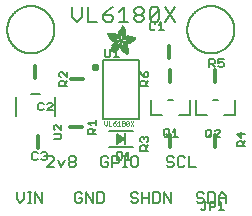
<source format=gbr>
G04 EAGLE Gerber RS-274X export*
G75*
%MOMM*%
%FSLAX34Y34*%
%LPD*%
%INSilkscreen Top*%
%IPPOS*%
%AMOC8*
5,1,8,0,0,1.08239X$1,22.5*%
G01*
%ADD10C,0.203200*%
%ADD11C,0.127000*%
%ADD12C,0.304800*%
%ADD13C,0.152400*%
%ADD14C,0.050800*%
%ADD15R,0.200000X1.000000*%
%ADD16R,0.034300X0.003800*%
%ADD17R,0.057200X0.003800*%
%ADD18R,0.076200X0.003800*%
%ADD19R,0.091400X0.003800*%
%ADD20R,0.102900X0.003800*%
%ADD21R,0.114300X0.003900*%
%ADD22R,0.129500X0.003800*%
%ADD23R,0.137200X0.003800*%
%ADD24R,0.144800X0.003800*%
%ADD25R,0.152400X0.003800*%
%ADD26R,0.160000X0.003800*%
%ADD27R,0.171500X0.003800*%
%ADD28R,0.175300X0.003800*%
%ADD29R,0.182900X0.003800*%
%ADD30R,0.190500X0.003800*%
%ADD31R,0.194300X0.003900*%
%ADD32R,0.201900X0.003800*%
%ADD33R,0.209500X0.003800*%
%ADD34R,0.213400X0.003800*%
%ADD35R,0.221000X0.003800*%
%ADD36R,0.224800X0.003800*%
%ADD37R,0.232400X0.003800*%
%ADD38R,0.240000X0.003800*%
%ADD39R,0.243800X0.003800*%
%ADD40R,0.247600X0.003800*%
%ADD41R,0.255300X0.003900*%
%ADD42R,0.259100X0.003800*%
%ADD43R,0.262900X0.003800*%
%ADD44R,0.270500X0.003800*%
%ADD45R,0.274300X0.003800*%
%ADD46R,0.281900X0.003800*%
%ADD47R,0.285700X0.003800*%
%ADD48R,0.289500X0.003800*%
%ADD49R,0.297200X0.003800*%
%ADD50R,0.301000X0.003800*%
%ADD51R,0.304800X0.003900*%
%ADD52R,0.312400X0.003800*%
%ADD53R,0.316200X0.003800*%
%ADD54R,0.320000X0.003800*%
%ADD55R,0.327600X0.003800*%
%ADD56R,0.331500X0.003800*%
%ADD57R,0.339100X0.003800*%
%ADD58R,0.342900X0.003800*%
%ADD59R,0.346700X0.003800*%
%ADD60R,0.354300X0.003800*%
%ADD61R,0.358100X0.003900*%
%ADD62R,0.361900X0.003800*%
%ADD63R,0.369600X0.003800*%
%ADD64R,0.373400X0.003800*%
%ADD65R,0.377200X0.003800*%
%ADD66R,0.384800X0.003800*%
%ADD67R,0.388600X0.003800*%
%ADD68R,0.396200X0.003800*%
%ADD69R,0.400000X0.003800*%
%ADD70R,0.403800X0.003800*%
%ADD71R,0.411500X0.003900*%
%ADD72R,0.415300X0.003800*%
%ADD73R,0.419100X0.003800*%
%ADD74R,0.045700X0.003800*%
%ADD75R,0.426700X0.003800*%
%ADD76R,0.072400X0.003800*%
%ADD77R,0.430500X0.003800*%
%ADD78R,0.095300X0.003800*%
%ADD79R,0.438100X0.003800*%
%ADD80R,0.110500X0.003800*%
%ADD81R,0.441900X0.003800*%
%ADD82R,0.445800X0.003800*%
%ADD83R,0.144700X0.003800*%
%ADD84R,0.453400X0.003800*%
%ADD85R,0.457200X0.003800*%
%ADD86R,0.175300X0.003900*%
%ADD87R,0.461000X0.003900*%
%ADD88R,0.468600X0.003800*%
%ADD89R,0.205800X0.003800*%
%ADD90R,0.472400X0.003800*%
%ADD91R,0.217200X0.003800*%
%ADD92R,0.476200X0.003800*%
%ADD93R,0.483900X0.003800*%
%ADD94R,0.247700X0.003800*%
%ADD95R,0.487700X0.003800*%
%ADD96R,0.495300X0.003800*%
%ADD97R,0.499100X0.003800*%
%ADD98R,0.502900X0.003800*%
%ADD99R,0.510500X0.003800*%
%ADD100R,0.308600X0.003900*%
%ADD101R,0.514300X0.003900*%
%ADD102R,0.323800X0.003800*%
%ADD103R,0.518100X0.003800*%
%ADD104R,0.335300X0.003800*%
%ADD105R,0.525800X0.003800*%
%ADD106R,0.529600X0.003800*%
%ADD107R,0.358100X0.003800*%
%ADD108R,0.533400X0.003800*%
%ADD109R,0.537200X0.003800*%
%ADD110R,0.381000X0.003800*%
%ADD111R,0.544800X0.003800*%
%ADD112R,0.392400X0.003800*%
%ADD113R,0.548600X0.003800*%
%ADD114R,0.552400X0.003800*%
%ADD115R,0.556200X0.003800*%
%ADD116R,0.422900X0.003900*%
%ADD117R,0.560100X0.003900*%
%ADD118R,0.434300X0.003800*%
%ADD119R,0.563900X0.003800*%
%ADD120R,0.567700X0.003800*%
%ADD121R,0.461000X0.003800*%
%ADD122R,0.571500X0.003800*%
%ADD123R,0.575300X0.003800*%
%ADD124R,0.480100X0.003800*%
%ADD125R,0.579100X0.003800*%
%ADD126R,0.491500X0.003800*%
%ADD127R,0.582900X0.003800*%
%ADD128R,0.586700X0.003800*%
%ADD129R,0.510600X0.003800*%
%ADD130R,0.590500X0.003800*%
%ADD131R,0.522000X0.003800*%
%ADD132R,0.594300X0.003800*%
%ADD133R,0.533400X0.003900*%
%ADD134R,0.598200X0.003900*%
%ADD135R,0.541000X0.003800*%
%ADD136R,0.602000X0.003800*%
%ADD137R,0.552500X0.003800*%
%ADD138R,0.605800X0.003800*%
%ADD139R,0.560100X0.003800*%
%ADD140R,0.609600X0.003800*%
%ADD141R,0.613400X0.003800*%
%ADD142R,0.583000X0.003800*%
%ADD143R,0.617200X0.003800*%
%ADD144R,0.594400X0.003800*%
%ADD145R,0.621000X0.003800*%
%ADD146R,0.598200X0.003800*%
%ADD147R,0.624800X0.003800*%
%ADD148R,0.613500X0.003900*%
%ADD149R,0.628600X0.003900*%
%ADD150R,0.632400X0.003800*%
%ADD151R,0.628600X0.003800*%
%ADD152R,0.636300X0.003800*%
%ADD153R,0.640100X0.003800*%
%ADD154R,0.636200X0.003800*%
%ADD155R,0.643900X0.003800*%
%ADD156R,0.647700X0.003800*%
%ADD157R,0.651500X0.003800*%
%ADD158R,0.659100X0.003800*%
%ADD159R,0.659100X0.003900*%
%ADD160R,0.655300X0.003900*%
%ADD161R,0.662900X0.003800*%
%ADD162R,0.655300X0.003800*%
%ADD163R,0.670500X0.003800*%
%ADD164R,0.670600X0.003800*%
%ADD165R,0.674400X0.003800*%
%ADD166R,0.682000X0.003800*%
%ADD167R,0.666700X0.003800*%
%ADD168R,0.685800X0.003800*%
%ADD169R,0.689600X0.003800*%
%ADD170R,0.693400X0.003900*%
%ADD171R,0.674400X0.003900*%
%ADD172R,0.697200X0.003800*%
%ADD173R,0.678200X0.003800*%
%ADD174R,0.697300X0.003800*%
%ADD175R,0.701100X0.003800*%
%ADD176R,0.704900X0.003800*%
%ADD177R,0.708700X0.003800*%
%ADD178R,0.712500X0.003800*%
%ADD179R,0.716300X0.003800*%
%ADD180R,0.720100X0.003900*%
%ADD181R,0.689600X0.003900*%
%ADD182R,0.720000X0.003800*%
%ADD183R,0.693400X0.003800*%
%ADD184R,0.723900X0.003800*%
%ADD185R,0.727700X0.003800*%
%ADD186R,0.731500X0.003800*%
%ADD187R,0.701000X0.003800*%
%ADD188R,0.735300X0.003800*%
%ADD189R,0.731500X0.003900*%
%ADD190R,0.701000X0.003900*%
%ADD191R,0.704800X0.003800*%
%ADD192R,0.739100X0.003800*%
%ADD193R,0.743000X0.003800*%
%ADD194R,0.739200X0.003800*%
%ADD195R,0.743000X0.003900*%
%ADD196R,0.704800X0.003900*%
%ADD197R,0.746800X0.003800*%
%ADD198R,0.746800X0.003900*%
%ADD199R,0.742900X0.003800*%
%ADD200R,0.746700X0.003800*%
%ADD201R,0.746700X0.003900*%
%ADD202R,1.428800X0.003800*%
%ADD203R,1.424900X0.003800*%
%ADD204R,1.421100X0.003900*%
%ADD205R,1.421100X0.003800*%
%ADD206R,1.417300X0.003800*%
%ADD207R,1.413500X0.003800*%
%ADD208R,1.409700X0.003800*%
%ADD209R,1.405900X0.003800*%
%ADD210R,1.402100X0.003800*%
%ADD211R,1.398300X0.003800*%
%ADD212R,0.983000X0.003900*%
%ADD213R,0.384800X0.003900*%
%ADD214R,0.971600X0.003800*%
%ADD215R,0.963900X0.003800*%
%ADD216R,0.956300X0.003800*%
%ADD217R,0.365800X0.003800*%
%ADD218R,0.952500X0.003800*%
%ADD219R,0.941000X0.003800*%
%ADD220R,0.358200X0.003800*%
%ADD221R,0.937200X0.003800*%
%ADD222R,0.933400X0.003800*%
%ADD223R,0.354400X0.003800*%
%ADD224R,0.925800X0.003800*%
%ADD225R,0.350500X0.003800*%
%ADD226R,0.922000X0.003800*%
%ADD227R,0.918200X0.003900*%
%ADD228R,0.346700X0.003900*%
%ADD229R,0.910600X0.003800*%
%ADD230R,0.906800X0.003800*%
%ADD231R,0.903000X0.003800*%
%ADD232R,0.339000X0.003800*%
%ADD233R,0.895300X0.003800*%
%ADD234R,0.335200X0.003800*%
%ADD235R,0.887700X0.003800*%
%ADD236R,0.883900X0.003800*%
%ADD237R,0.331400X0.003800*%
%ADD238R,0.880100X0.003800*%
%ADD239R,0.876300X0.003800*%
%ADD240R,0.468600X0.003900*%
%ADD241R,0.396200X0.003900*%
%ADD242R,0.323800X0.003900*%
%ADD243R,0.449600X0.003800*%
%ADD244R,0.323900X0.003800*%
%ADD245R,0.442000X0.003800*%
%ADD246R,0.434400X0.003800*%
%ADD247R,0.320100X0.003800*%
%ADD248R,0.316300X0.003800*%
%ADD249R,0.426800X0.003800*%
%ADD250R,0.327700X0.003800*%
%ADD251R,0.312500X0.003800*%
%ADD252R,0.422900X0.003800*%
%ADD253R,0.308600X0.003800*%
%ADD254R,0.293400X0.003800*%
%ADD255R,0.304800X0.003800*%
%ADD256R,0.419100X0.003900*%
%ADD257R,0.285700X0.003900*%
%ADD258R,0.301000X0.003900*%
%ADD259R,0.411500X0.003800*%
%ADD260R,0.407700X0.003800*%
%ADD261R,0.289600X0.003800*%
%ADD262R,0.285800X0.003800*%
%ADD263R,0.403900X0.003800*%
%ADD264R,0.228600X0.003800*%
%ADD265R,0.403900X0.003900*%
%ADD266R,0.221000X0.003900*%
%ADD267R,0.278100X0.003900*%
%ADD268R,0.400100X0.003800*%
%ADD269R,0.209600X0.003800*%
%ADD270R,0.266700X0.003800*%
%ADD271R,0.038100X0.003800*%
%ADD272R,0.194300X0.003800*%
%ADD273R,0.148600X0.003800*%
%ADD274R,0.259000X0.003800*%
%ADD275R,0.182800X0.003800*%
%ADD276R,0.186700X0.003800*%
%ADD277R,0.251400X0.003800*%
%ADD278R,0.179100X0.003800*%
%ADD279R,0.236200X0.003800*%
%ADD280R,0.243900X0.003900*%
%ADD281R,0.282000X0.003900*%
%ADD282R,0.167700X0.003800*%
%ADD283R,0.236300X0.003800*%
%ADD284R,0.396300X0.003800*%
%ADD285R,0.163900X0.003800*%
%ADD286R,0.392500X0.003800*%
%ADD287R,0.160100X0.003800*%
%ADD288R,0.586800X0.003800*%
%ADD289R,0.148500X0.003800*%
%ADD290R,0.140900X0.003800*%
%ADD291R,0.392400X0.003900*%
%ADD292R,0.140900X0.003900*%
%ADD293R,0.647700X0.003900*%
%ADD294R,0.133300X0.003800*%
%ADD295R,0.674300X0.003800*%
%ADD296R,0.388700X0.003800*%
%ADD297R,0.125700X0.003800*%
%ADD298R,0.121900X0.003800*%
%ADD299R,0.720100X0.003800*%
%ADD300R,0.118100X0.003800*%
%ADD301R,0.118100X0.003900*%
%ADD302R,0.739100X0.003900*%
%ADD303R,0.114300X0.003800*%
%ADD304R,0.754400X0.003800*%
%ADD305R,0.765800X0.003800*%
%ADD306R,0.773400X0.003800*%
%ADD307R,0.784800X0.003800*%
%ADD308R,0.118200X0.003800*%
%ADD309R,0.792500X0.003800*%
%ADD310R,0.803900X0.003800*%
%ADD311R,0.122000X0.003800*%
%ADD312R,0.815400X0.003800*%
%ADD313R,0.125800X0.003800*%
%ADD314R,0.826800X0.003800*%
%ADD315R,0.369500X0.003900*%
%ADD316R,0.133400X0.003900*%
%ADD317R,0.842000X0.003900*%
%ADD318R,0.365700X0.003800*%
%ADD319R,1.009700X0.003800*%
%ADD320R,1.013500X0.003800*%
%ADD321R,0.362000X0.003800*%
%ADD322R,1.024900X0.003800*%
%ADD323R,1.028700X0.003800*%
%ADD324R,1.036300X0.003800*%
%ADD325R,1.047800X0.003800*%
%ADD326R,1.055400X0.003800*%
%ADD327R,1.070600X0.003800*%
%ADD328R,0.030500X0.003800*%
%ADD329R,1.436400X0.003800*%
%ADD330R,1.562100X0.003900*%
%ADD331R,1.588700X0.003800*%
%ADD332R,1.607800X0.003800*%
%ADD333R,1.626900X0.003800*%
%ADD334R,1.642100X0.003800*%
%ADD335R,1.657400X0.003800*%
%ADD336R,1.676400X0.003800*%
%ADD337R,1.687800X0.003800*%
%ADD338R,1.703000X0.003800*%
%ADD339R,1.714500X0.003800*%
%ADD340R,1.726000X0.003900*%
%ADD341R,1.741200X0.003800*%
%ADD342R,0.914400X0.003800*%
%ADD343R,0.769600X0.003800*%
%ADD344R,0.884000X0.003800*%
%ADD345R,0.712400X0.003800*%
%ADD346R,0.880100X0.003900*%
%ADD347R,0.887800X0.003800*%
%ADD348R,0.891600X0.003800*%
%ADD349R,0.895400X0.003800*%
%ADD350R,0.251500X0.003800*%
%ADD351R,0.579200X0.003900*%
%ADD352R,0.243900X0.003800*%
%ADD353R,0.556300X0.003800*%
%ADD354R,0.255200X0.003800*%
%ADD355R,0.529500X0.003800*%
%ADD356R,0.731600X0.003800*%
%ADD357R,0.525800X0.003900*%
%ADD358R,0.281900X0.003900*%
%ADD359R,0.735400X0.003900*%
%ADD360R,0.300900X0.003800*%
%ADD361R,0.762000X0.003800*%
%ADD362R,0.518200X0.003800*%
%ADD363R,0.350600X0.003800*%
%ADD364R,0.796300X0.003800*%
%ADD365R,0.807800X0.003800*%
%ADD366R,0.506700X0.003800*%
%ADD367R,0.849600X0.003800*%
%ADD368R,0.506700X0.003900*%
%ADD369R,1.371600X0.003900*%
%ADD370R,1.207800X0.003800*%
%ADD371R,0.503000X0.003800*%
%ADD372R,0.141000X0.003800*%
%ADD373R,1.203900X0.003800*%
%ADD374R,1.204000X0.003800*%
%ADD375R,1.200200X0.003800*%
%ADD376R,0.499100X0.003900*%
%ADD377R,0.156200X0.003900*%
%ADD378R,1.196400X0.003900*%
%ADD379R,1.196400X0.003800*%
%ADD380R,0.163800X0.003800*%
%ADD381R,0.167600X0.003800*%
%ADD382R,1.192500X0.003800*%
%ADD383R,0.499200X0.003800*%
%ADD384R,1.188700X0.003800*%
%ADD385R,0.506800X0.003800*%
%ADD386R,1.184900X0.003800*%
%ADD387R,0.510600X0.003900*%
%ADD388R,0.209600X0.003900*%
%ADD389R,1.181100X0.003900*%
%ADD390R,0.514400X0.003800*%
%ADD391R,1.181100X0.003800*%
%ADD392R,1.177300X0.003800*%
%ADD393R,0.240100X0.003800*%
%ADD394R,1.173500X0.003800*%
%ADD395R,1.169700X0.003800*%
%ADD396R,1.165900X0.003800*%
%ADD397R,1.162100X0.003800*%
%ADD398R,0.929700X0.003900*%
%ADD399R,1.162100X0.003900*%
%ADD400R,0.929700X0.003800*%
%ADD401R,1.154500X0.003800*%
%ADD402R,0.933500X0.003800*%
%ADD403R,1.150600X0.003800*%
%ADD404R,0.937300X0.003800*%
%ADD405R,1.146800X0.003800*%
%ADD406R,0.941100X0.003800*%
%ADD407R,1.139200X0.003800*%
%ADD408R,0.944900X0.003800*%
%ADD409R,1.135400X0.003800*%
%ADD410R,0.948700X0.003800*%
%ADD411R,1.127800X0.003800*%
%ADD412R,1.124000X0.003800*%
%ADD413R,1.116400X0.003800*%
%ADD414R,0.956300X0.003900*%
%ADD415R,1.104900X0.003900*%
%ADD416R,0.960100X0.003800*%
%ADD417R,1.093500X0.003800*%
%ADD418R,1.085900X0.003800*%
%ADD419R,0.967800X0.003800*%
%ADD420R,1.074500X0.003800*%
%ADD421R,1.063000X0.003800*%
%ADD422R,0.975400X0.003800*%
%ADD423R,1.036400X0.003800*%
%ADD424R,0.979200X0.003800*%
%ADD425R,1.021000X0.003800*%
%ADD426R,0.983000X0.003800*%
%ADD427R,1.009600X0.003800*%
%ADD428R,0.986800X0.003800*%
%ADD429R,0.998200X0.003800*%
%ADD430R,0.990600X0.003900*%
%ADD431R,0.986700X0.003900*%
%ADD432R,0.994400X0.003800*%
%ADD433R,0.975300X0.003800*%
%ADD434R,0.948600X0.003800*%
%ADD435R,1.002000X0.003800*%
%ADD436R,0.213300X0.003800*%
%ADD437R,0.217100X0.003800*%
%ADD438R,1.017300X0.003800*%
%ADD439R,0.666800X0.003800*%
%ADD440R,0.220900X0.003800*%
%ADD441R,1.028700X0.003900*%
%ADD442R,0.224700X0.003900*%
%ADD443R,1.032500X0.003800*%
%ADD444R,1.040100X0.003800*%
%ADD445R,1.043900X0.003800*%
%ADD446R,0.548700X0.003800*%
%ADD447R,1.051500X0.003800*%
%ADD448R,1.055300X0.003800*%
%ADD449R,1.059100X0.003800*%
%ADD450R,1.062900X0.003800*%
%ADD451R,0.255300X0.003800*%
%ADD452R,1.066800X0.003900*%
%ADD453R,0.259100X0.003900*%
%ADD454R,0.457200X0.003900*%
%ADD455R,0.423000X0.003800*%
%ADD456R,1.082100X0.003800*%
%ADD457R,0.274400X0.003800*%
%ADD458R,0.278200X0.003800*%
%ADD459R,1.101100X0.003800*%
%ADD460R,0.278100X0.003800*%
%ADD461R,0.876300X0.003900*%
%ADD462R,0.236200X0.003900*%
%ADD463R,0.289600X0.003900*%
%ADD464R,0.247700X0.003900*%
%ADD465R,0.049500X0.003800*%
%ADD466R,0.640100X0.003900*%
%ADD467R,0.659200X0.003800*%
%ADD468R,0.663000X0.003800*%
%ADD469R,0.872500X0.003900*%
%ADD470R,0.666800X0.003900*%
%ADD471R,0.872500X0.003800*%
%ADD472R,0.868700X0.003800*%
%ADD473R,0.864900X0.003800*%
%ADD474R,0.861100X0.003800*%
%ADD475R,0.857300X0.003800*%
%ADD476R,0.853400X0.003800*%
%ADD477R,0.845800X0.003800*%
%ADD478R,0.682000X0.003900*%
%ADD479R,0.842000X0.003800*%
%ADD480R,0.834400X0.003800*%
%ADD481R,0.823000X0.003800*%
%ADD482R,0.815300X0.003800*%
%ADD483R,0.811500X0.003800*%
%ADD484R,0.788700X0.003800*%
%ADD485R,0.777300X0.003900*%
%ADD486R,0.750600X0.003800*%
%ADD487R,0.735400X0.003800*%
%ADD488R,0.727800X0.003800*%
%ADD489R,0.628700X0.003800*%
%ADD490R,0.575400X0.003800*%
%ADD491R,0.670600X0.003900*%
%ADD492R,0.655400X0.003800*%
%ADD493R,0.651500X0.003900*%
%ADD494R,0.624800X0.003900*%
%ADD495R,0.594400X0.003900*%
%ADD496R,0.563900X0.003900*%
%ADD497R,0.541100X0.003800*%
%ADD498R,0.537300X0.003800*%
%ADD499R,0.525700X0.003800*%
%ADD500R,0.525700X0.003900*%
%ADD501R,0.514300X0.003800*%
%ADD502R,0.480100X0.003900*%
%ADD503R,0.464800X0.003800*%
%ADD504R,0.442000X0.003900*%
%ADD505R,0.438200X0.003800*%
%ADD506R,0.430600X0.003800*%
%ADD507R,0.407600X0.003800*%
%ADD508R,0.403800X0.003900*%
%ADD509R,0.365700X0.003900*%
%ADD510R,0.327700X0.003900*%
%ADD511R,0.243800X0.003900*%
%ADD512R,0.205800X0.003900*%
%ADD513R,0.198100X0.003800*%
%ADD514R,0.163800X0.003900*%
%ADD515R,0.137100X0.003800*%
%ADD516R,0.091500X0.003900*%
%ADD517R,0.060900X0.003800*%

G36*
X99645Y56683D02*
X99645Y56683D01*
X99716Y56681D01*
X99786Y56700D01*
X99857Y56708D01*
X99912Y56733D01*
X99991Y56753D01*
X100094Y56814D01*
X100163Y56845D01*
X103163Y58845D01*
X103250Y58922D01*
X103340Y58995D01*
X103355Y59017D01*
X103375Y59035D01*
X103437Y59132D01*
X103504Y59227D01*
X103512Y59253D01*
X103527Y59275D01*
X103559Y59386D01*
X103597Y59496D01*
X103598Y59523D01*
X103605Y59548D01*
X103605Y59664D01*
X103611Y59780D01*
X103605Y59806D01*
X103605Y59833D01*
X103573Y59944D01*
X103547Y60057D01*
X103534Y60080D01*
X103526Y60106D01*
X103464Y60204D01*
X103408Y60305D01*
X103390Y60321D01*
X103375Y60346D01*
X103167Y60531D01*
X103163Y60535D01*
X100163Y62535D01*
X100099Y62566D01*
X100039Y62606D01*
X99971Y62627D01*
X99907Y62658D01*
X99836Y62670D01*
X99768Y62691D01*
X99697Y62693D01*
X99627Y62705D01*
X99555Y62697D01*
X99484Y62699D01*
X99415Y62681D01*
X99344Y62672D01*
X99278Y62645D01*
X99209Y62627D01*
X99148Y62590D01*
X99082Y62563D01*
X99026Y62518D01*
X98964Y62482D01*
X98915Y62430D01*
X98860Y62385D01*
X98819Y62327D01*
X98770Y62274D01*
X98737Y62211D01*
X98696Y62153D01*
X98673Y62085D01*
X98640Y62021D01*
X98630Y61962D01*
X98603Y61884D01*
X98597Y61765D01*
X98585Y61690D01*
X98585Y57690D01*
X98595Y57619D01*
X98595Y57547D01*
X98615Y57479D01*
X98625Y57409D01*
X98654Y57343D01*
X98674Y57274D01*
X98712Y57214D01*
X98741Y57149D01*
X98787Y57094D01*
X98825Y57034D01*
X98879Y56986D01*
X98925Y56932D01*
X98984Y56892D01*
X99038Y56845D01*
X99102Y56814D01*
X99161Y56775D01*
X99230Y56753D01*
X99294Y56722D01*
X99364Y56710D01*
X99432Y56689D01*
X99504Y56687D01*
X99575Y56675D01*
X99645Y56683D01*
G37*
D10*
X60586Y171206D02*
X60586Y163071D01*
X64653Y159004D01*
X68721Y163071D01*
X68721Y171206D01*
X73683Y171206D02*
X73683Y159004D01*
X81818Y159004D01*
X90848Y169173D02*
X94915Y171206D01*
X90848Y169173D02*
X86780Y165105D01*
X86780Y161038D01*
X88814Y159004D01*
X92881Y159004D01*
X94915Y161038D01*
X94915Y163071D01*
X92881Y165105D01*
X86780Y165105D01*
X99877Y167139D02*
X103945Y171206D01*
X103945Y159004D01*
X108012Y159004D02*
X99877Y159004D01*
X112975Y169173D02*
X115008Y171206D01*
X119076Y171206D01*
X121110Y169173D01*
X121110Y167139D01*
X119076Y165105D01*
X121110Y163071D01*
X121110Y161038D01*
X119076Y159004D01*
X115008Y159004D01*
X112975Y161038D01*
X112975Y163071D01*
X115008Y165105D01*
X112975Y167139D01*
X112975Y169173D01*
X115008Y165105D02*
X119076Y165105D01*
X126072Y161038D02*
X126072Y169173D01*
X128106Y171206D01*
X132173Y171206D01*
X134207Y169173D01*
X134207Y161038D01*
X132173Y159004D01*
X128106Y159004D01*
X126072Y161038D01*
X134207Y169173D01*
X139169Y171206D02*
X147304Y159004D01*
X139169Y159004D02*
X147304Y171206D01*
D11*
X89533Y45093D02*
X91016Y43610D01*
X89533Y45093D02*
X86567Y45093D01*
X85084Y43610D01*
X85084Y37678D01*
X86567Y36195D01*
X89533Y36195D01*
X91016Y37678D01*
X91016Y40644D01*
X88050Y40644D01*
X94439Y36195D02*
X94439Y45093D01*
X98888Y45093D01*
X100371Y43610D01*
X100371Y40644D01*
X98888Y39161D01*
X94439Y39161D01*
X103794Y36195D02*
X106760Y36195D01*
X105277Y36195D02*
X105277Y45093D01*
X103794Y45093D02*
X106760Y45093D01*
X111514Y45093D02*
X114480Y45093D01*
X111514Y45093D02*
X110031Y43610D01*
X110031Y37678D01*
X111514Y36195D01*
X114480Y36195D01*
X115963Y37678D01*
X115963Y43610D01*
X114480Y45093D01*
X114643Y14613D02*
X116126Y13130D01*
X114643Y14613D02*
X111678Y14613D01*
X110195Y13130D01*
X110195Y11647D01*
X111678Y10164D01*
X114643Y10164D01*
X116126Y8681D01*
X116126Y7198D01*
X114643Y5715D01*
X111678Y5715D01*
X110195Y7198D01*
X119550Y5715D02*
X119550Y14613D01*
X119550Y10164D02*
X125482Y10164D01*
X125482Y14613D02*
X125482Y5715D01*
X128905Y5715D02*
X128905Y14613D01*
X128905Y5715D02*
X133354Y5715D01*
X134837Y7198D01*
X134837Y13130D01*
X133354Y14613D01*
X128905Y14613D01*
X138260Y14613D02*
X138260Y5715D01*
X144192Y5715D02*
X138260Y14613D01*
X144192Y14613D02*
X144192Y5715D01*
X170121Y14613D02*
X171604Y13130D01*
X170121Y14613D02*
X167155Y14613D01*
X165672Y13130D01*
X165672Y11647D01*
X167155Y10164D01*
X170121Y10164D01*
X171604Y8681D01*
X171604Y7198D01*
X170121Y5715D01*
X167155Y5715D01*
X165672Y7198D01*
X175027Y5715D02*
X175027Y14613D01*
X175027Y5715D02*
X179476Y5715D01*
X180959Y7198D01*
X180959Y13130D01*
X179476Y14613D01*
X175027Y14613D01*
X184383Y11647D02*
X184383Y5715D01*
X184383Y11647D02*
X187348Y14613D01*
X190314Y11647D01*
X190314Y5715D01*
X190314Y10164D02*
X184383Y10164D01*
X146204Y43610D02*
X144721Y45093D01*
X141755Y45093D01*
X140272Y43610D01*
X140272Y42127D01*
X141755Y40644D01*
X144721Y40644D01*
X146204Y39161D01*
X146204Y37678D01*
X144721Y36195D01*
X141755Y36195D01*
X140272Y37678D01*
X154076Y45093D02*
X155559Y43610D01*
X154076Y45093D02*
X151110Y45093D01*
X149627Y43610D01*
X149627Y37678D01*
X151110Y36195D01*
X154076Y36195D01*
X155559Y37678D01*
X158983Y36195D02*
X158983Y45093D01*
X158983Y36195D02*
X164914Y36195D01*
X68734Y13130D02*
X67251Y14613D01*
X64285Y14613D01*
X62802Y13130D01*
X62802Y7198D01*
X64285Y5715D01*
X67251Y5715D01*
X68734Y7198D01*
X68734Y10164D01*
X65768Y10164D01*
X72157Y5715D02*
X72157Y14613D01*
X78089Y5715D01*
X78089Y14613D01*
X81513Y14613D02*
X81513Y5715D01*
X85961Y5715D01*
X87444Y7198D01*
X87444Y13130D01*
X85961Y14613D01*
X81513Y14613D01*
X44604Y36195D02*
X38672Y36195D01*
X44604Y42127D01*
X44604Y43610D01*
X43121Y45093D01*
X40155Y45093D01*
X38672Y43610D01*
X48027Y42127D02*
X50993Y36195D01*
X53959Y42127D01*
X57383Y43610D02*
X58866Y45093D01*
X61831Y45093D01*
X63314Y43610D01*
X63314Y42127D01*
X61831Y40644D01*
X63314Y39161D01*
X63314Y37678D01*
X61831Y36195D01*
X58866Y36195D01*
X57383Y37678D01*
X57383Y39161D01*
X58866Y40644D01*
X57383Y42127D01*
X57383Y43610D01*
X58866Y40644D02*
X61831Y40644D01*
X13561Y14613D02*
X13561Y8681D01*
X16527Y5715D01*
X19493Y8681D01*
X19493Y14613D01*
X22917Y5715D02*
X25882Y5715D01*
X24400Y5715D02*
X24400Y14613D01*
X25882Y14613D02*
X22917Y14613D01*
X29153Y14613D02*
X29153Y5715D01*
X35085Y5715D02*
X29153Y14613D01*
X35085Y14613D02*
X35085Y5715D01*
X86600Y76600D02*
X116600Y76600D01*
X86600Y76600D02*
X86600Y126600D01*
X116600Y126600D01*
X116600Y76600D01*
D12*
X78600Y120350D02*
X78602Y120427D01*
X78608Y120504D01*
X78618Y120581D01*
X78632Y120657D01*
X78649Y120732D01*
X78671Y120806D01*
X78696Y120879D01*
X78726Y120951D01*
X78758Y121021D01*
X78795Y121089D01*
X78834Y121155D01*
X78877Y121219D01*
X78924Y121281D01*
X78973Y121340D01*
X79026Y121397D01*
X79081Y121451D01*
X79139Y121502D01*
X79200Y121550D01*
X79263Y121595D01*
X79328Y121636D01*
X79395Y121674D01*
X79464Y121709D01*
X79535Y121739D01*
X79607Y121767D01*
X79681Y121790D01*
X79755Y121810D01*
X79831Y121826D01*
X79907Y121838D01*
X79984Y121846D01*
X80061Y121850D01*
X80139Y121850D01*
X80216Y121846D01*
X80293Y121838D01*
X80369Y121826D01*
X80445Y121810D01*
X80519Y121790D01*
X80593Y121767D01*
X80665Y121739D01*
X80736Y121709D01*
X80805Y121674D01*
X80872Y121636D01*
X80937Y121595D01*
X81000Y121550D01*
X81061Y121502D01*
X81119Y121451D01*
X81174Y121397D01*
X81227Y121340D01*
X81276Y121281D01*
X81323Y121219D01*
X81366Y121155D01*
X81405Y121089D01*
X81442Y121021D01*
X81474Y120951D01*
X81504Y120879D01*
X81529Y120806D01*
X81551Y120732D01*
X81568Y120657D01*
X81582Y120581D01*
X81592Y120504D01*
X81598Y120427D01*
X81600Y120350D01*
X81598Y120273D01*
X81592Y120196D01*
X81582Y120119D01*
X81568Y120043D01*
X81551Y119968D01*
X81529Y119894D01*
X81504Y119821D01*
X81474Y119749D01*
X81442Y119679D01*
X81405Y119611D01*
X81366Y119545D01*
X81323Y119481D01*
X81276Y119419D01*
X81227Y119360D01*
X81174Y119303D01*
X81119Y119249D01*
X81061Y119198D01*
X81000Y119150D01*
X80937Y119105D01*
X80872Y119064D01*
X80805Y119026D01*
X80736Y118991D01*
X80665Y118961D01*
X80593Y118933D01*
X80519Y118910D01*
X80445Y118890D01*
X80369Y118874D01*
X80293Y118862D01*
X80216Y118854D01*
X80139Y118850D01*
X80061Y118850D01*
X79984Y118854D01*
X79907Y118862D01*
X79831Y118874D01*
X79755Y118890D01*
X79681Y118910D01*
X79607Y118933D01*
X79535Y118961D01*
X79464Y118991D01*
X79395Y119026D01*
X79328Y119064D01*
X79263Y119105D01*
X79200Y119150D01*
X79139Y119198D01*
X79081Y119249D01*
X79026Y119303D01*
X78973Y119360D01*
X78924Y119419D01*
X78877Y119481D01*
X78834Y119545D01*
X78795Y119611D01*
X78758Y119679D01*
X78726Y119749D01*
X78696Y119821D01*
X78671Y119894D01*
X78649Y119968D01*
X78632Y120043D01*
X78618Y120119D01*
X78608Y120196D01*
X78602Y120273D01*
X78600Y120350D01*
D13*
X87952Y130114D02*
X87952Y135622D01*
X87952Y130114D02*
X89054Y129012D01*
X91257Y129012D01*
X92358Y130114D01*
X92358Y135622D01*
X95436Y133418D02*
X97639Y135622D01*
X97639Y129012D01*
X95436Y129012D02*
X99843Y129012D01*
D14*
X87444Y74753D02*
X87444Y72380D01*
X88630Y71194D01*
X89817Y72380D01*
X89817Y74753D01*
X91186Y74753D02*
X91186Y71194D01*
X93559Y71194D01*
X96114Y74160D02*
X97301Y74753D01*
X96114Y74160D02*
X94928Y72974D01*
X94928Y71787D01*
X95521Y71194D01*
X96708Y71194D01*
X97301Y71787D01*
X97301Y72380D01*
X96708Y72974D01*
X94928Y72974D01*
X98670Y73567D02*
X99857Y74753D01*
X99857Y71194D01*
X101043Y71194D02*
X98670Y71194D01*
X102412Y74160D02*
X103005Y74753D01*
X104192Y74753D01*
X104785Y74160D01*
X104785Y73567D01*
X104192Y72974D01*
X104785Y72380D01*
X104785Y71787D01*
X104192Y71194D01*
X103005Y71194D01*
X102412Y71787D01*
X102412Y72380D01*
X103005Y72974D01*
X102412Y73567D01*
X102412Y74160D01*
X103005Y72974D02*
X104192Y72974D01*
X106154Y74160D02*
X106154Y71787D01*
X106154Y74160D02*
X106747Y74753D01*
X107934Y74753D01*
X108527Y74160D01*
X108527Y71787D01*
X107934Y71194D01*
X106747Y71194D01*
X106154Y71787D01*
X108527Y74160D01*
X109896Y74753D02*
X112269Y71194D01*
X109896Y71194D02*
X112269Y74753D01*
D12*
X68580Y69850D02*
X58420Y69850D01*
D13*
X73781Y63899D02*
X80391Y63899D01*
X73781Y63899D02*
X73781Y67204D01*
X74883Y68305D01*
X77086Y68305D01*
X78188Y67204D01*
X78188Y63899D01*
X78188Y66102D02*
X80391Y68305D01*
X75985Y71383D02*
X73781Y73586D01*
X80391Y73586D01*
X80391Y71383D02*
X80391Y75789D01*
D12*
X69850Y110490D02*
X59690Y110490D01*
D13*
X56261Y104539D02*
X49651Y104539D01*
X49651Y107844D01*
X50753Y108945D01*
X52956Y108945D01*
X54058Y107844D01*
X54058Y104539D01*
X54058Y106742D02*
X56261Y108945D01*
X56261Y112023D02*
X56261Y116429D01*
X56261Y112023D02*
X51855Y116429D01*
X50753Y116429D01*
X49651Y115328D01*
X49651Y113124D01*
X50753Y112023D01*
D12*
X143510Y63500D02*
X143510Y53340D01*
D13*
X124841Y49929D02*
X118231Y49929D01*
X118231Y53234D01*
X119333Y54335D01*
X121536Y54335D01*
X122638Y53234D01*
X122638Y49929D01*
X122638Y52132D02*
X124841Y54335D01*
X119333Y57413D02*
X118231Y58514D01*
X118231Y60718D01*
X119333Y61819D01*
X120435Y61819D01*
X121536Y60718D01*
X121536Y59616D01*
X121536Y60718D02*
X122638Y61819D01*
X123739Y61819D01*
X124841Y60718D01*
X124841Y58514D01*
X123739Y57413D01*
D12*
X181610Y53340D02*
X181610Y63500D01*
D13*
X200273Y53467D02*
X206883Y53467D01*
X200273Y53467D02*
X200273Y56772D01*
X201375Y57873D01*
X203578Y57873D01*
X204680Y56772D01*
X204680Y53467D01*
X204680Y55670D02*
X206883Y57873D01*
X206883Y64256D02*
X200273Y64256D01*
X203578Y60951D01*
X203578Y65358D01*
D12*
X142240Y128270D02*
X142240Y138430D01*
D13*
X130535Y157527D02*
X129434Y158629D01*
X127230Y158629D01*
X126129Y157527D01*
X126129Y153121D01*
X127230Y152019D01*
X129434Y152019D01*
X130535Y153121D01*
X133613Y156425D02*
X135816Y158629D01*
X135816Y152019D01*
X133613Y152019D02*
X138019Y152019D01*
D12*
X29210Y121920D02*
X29210Y111760D01*
D13*
X35182Y90557D02*
X36283Y89455D01*
X35182Y90557D02*
X32979Y90557D01*
X31877Y89455D01*
X31877Y85049D01*
X32979Y83947D01*
X35182Y83947D01*
X36283Y85049D01*
X39361Y83947D02*
X43768Y83947D01*
X43768Y88353D02*
X39361Y83947D01*
X43768Y88353D02*
X43768Y89455D01*
X42666Y90557D01*
X40463Y90557D01*
X39361Y89455D01*
D10*
X160234Y92884D02*
X160234Y79756D01*
X150646Y79756D01*
X126786Y79756D02*
X126786Y92884D01*
X126786Y79756D02*
X136374Y79756D01*
X141286Y92964D02*
X145874Y92964D01*
D13*
X137922Y67230D02*
X137922Y62824D01*
X137922Y67230D02*
X139024Y68332D01*
X141227Y68332D01*
X142328Y67230D01*
X142328Y62824D01*
X141227Y61722D01*
X139024Y61722D01*
X137922Y62824D01*
X140125Y63925D02*
X142328Y61722D01*
X145406Y66128D02*
X147609Y68332D01*
X147609Y61722D01*
X145406Y61722D02*
X149813Y61722D01*
D10*
X198334Y79756D02*
X198334Y92884D01*
X198334Y79756D02*
X188746Y79756D01*
X164886Y79756D02*
X164886Y92884D01*
X164886Y79756D02*
X174474Y79756D01*
X179386Y92964D02*
X183974Y92964D01*
D13*
X173754Y66722D02*
X173754Y62316D01*
X173754Y66722D02*
X174855Y67824D01*
X177059Y67824D01*
X178160Y66722D01*
X178160Y62316D01*
X177059Y61214D01*
X174855Y61214D01*
X173754Y62316D01*
X175957Y63417D02*
X178160Y61214D01*
X181238Y61214D02*
X185644Y61214D01*
X181238Y61214D02*
X185644Y65620D01*
X185644Y66722D01*
X184543Y67824D01*
X182339Y67824D01*
X181238Y66722D01*
D12*
X181610Y107950D02*
X181610Y118110D01*
D13*
X176657Y120777D02*
X176657Y127387D01*
X179962Y127387D01*
X181063Y126285D01*
X181063Y124082D01*
X179962Y122980D01*
X176657Y122980D01*
X178860Y122980D02*
X181063Y120777D01*
X184141Y127387D02*
X188548Y127387D01*
X184141Y127387D02*
X184141Y124082D01*
X186344Y125183D01*
X187446Y125183D01*
X188548Y124082D01*
X188548Y121879D01*
X187446Y120777D01*
X185243Y120777D01*
X184141Y121879D01*
D12*
X143510Y118110D02*
X143510Y107950D01*
D13*
X124841Y104539D02*
X118231Y104539D01*
X118231Y107844D01*
X119333Y108945D01*
X121536Y108945D01*
X122638Y107844D01*
X122638Y104539D01*
X122638Y106742D02*
X124841Y108945D01*
X119333Y114226D02*
X118231Y116429D01*
X119333Y114226D02*
X121536Y112023D01*
X123739Y112023D01*
X124841Y113124D01*
X124841Y115328D01*
X123739Y116429D01*
X122638Y116429D01*
X121536Y115328D01*
X121536Y112023D01*
D10*
X12710Y95630D02*
X12710Y79630D01*
X45710Y79630D02*
X45710Y95630D01*
X33210Y98130D02*
X25210Y98130D01*
D13*
X44698Y59912D02*
X50206Y59912D01*
X51308Y61014D01*
X51308Y63217D01*
X50206Y64318D01*
X44698Y64318D01*
X51308Y67396D02*
X51308Y71803D01*
X46902Y71803D02*
X51308Y67396D01*
X46902Y71803D02*
X45800Y71803D01*
X44698Y70701D01*
X44698Y68498D01*
X45800Y67396D01*
D12*
X31750Y62230D02*
X31750Y52070D01*
D13*
X30102Y48647D02*
X31203Y47545D01*
X30102Y48647D02*
X27899Y48647D01*
X26797Y47545D01*
X26797Y43139D01*
X27899Y42037D01*
X30102Y42037D01*
X31203Y43139D01*
X34281Y47545D02*
X35383Y48647D01*
X37586Y48647D01*
X38688Y47545D01*
X38688Y46443D01*
X37586Y45342D01*
X36484Y45342D01*
X37586Y45342D02*
X38688Y44240D01*
X38688Y43139D01*
X37586Y42037D01*
X35383Y42037D01*
X34281Y43139D01*
D10*
X157800Y152400D02*
X157806Y152891D01*
X157824Y153381D01*
X157854Y153871D01*
X157896Y154360D01*
X157950Y154848D01*
X158016Y155335D01*
X158094Y155819D01*
X158184Y156302D01*
X158286Y156782D01*
X158399Y157260D01*
X158524Y157734D01*
X158661Y158206D01*
X158809Y158674D01*
X158969Y159138D01*
X159140Y159598D01*
X159322Y160054D01*
X159516Y160505D01*
X159720Y160951D01*
X159936Y161392D01*
X160162Y161828D01*
X160398Y162258D01*
X160645Y162682D01*
X160903Y163100D01*
X161171Y163511D01*
X161448Y163916D01*
X161736Y164314D01*
X162033Y164705D01*
X162340Y165088D01*
X162656Y165463D01*
X162981Y165831D01*
X163315Y166191D01*
X163658Y166542D01*
X164009Y166885D01*
X164369Y167219D01*
X164737Y167544D01*
X165112Y167860D01*
X165495Y168167D01*
X165886Y168464D01*
X166284Y168752D01*
X166689Y169029D01*
X167100Y169297D01*
X167518Y169555D01*
X167942Y169802D01*
X168372Y170038D01*
X168808Y170264D01*
X169249Y170480D01*
X169695Y170684D01*
X170146Y170878D01*
X170602Y171060D01*
X171062Y171231D01*
X171526Y171391D01*
X171994Y171539D01*
X172466Y171676D01*
X172940Y171801D01*
X173418Y171914D01*
X173898Y172016D01*
X174381Y172106D01*
X174865Y172184D01*
X175352Y172250D01*
X175840Y172304D01*
X176329Y172346D01*
X176819Y172376D01*
X177309Y172394D01*
X177800Y172400D01*
X178291Y172394D01*
X178781Y172376D01*
X179271Y172346D01*
X179760Y172304D01*
X180248Y172250D01*
X180735Y172184D01*
X181219Y172106D01*
X181702Y172016D01*
X182182Y171914D01*
X182660Y171801D01*
X183134Y171676D01*
X183606Y171539D01*
X184074Y171391D01*
X184538Y171231D01*
X184998Y171060D01*
X185454Y170878D01*
X185905Y170684D01*
X186351Y170480D01*
X186792Y170264D01*
X187228Y170038D01*
X187658Y169802D01*
X188082Y169555D01*
X188500Y169297D01*
X188911Y169029D01*
X189316Y168752D01*
X189714Y168464D01*
X190105Y168167D01*
X190488Y167860D01*
X190863Y167544D01*
X191231Y167219D01*
X191591Y166885D01*
X191942Y166542D01*
X192285Y166191D01*
X192619Y165831D01*
X192944Y165463D01*
X193260Y165088D01*
X193567Y164705D01*
X193864Y164314D01*
X194152Y163916D01*
X194429Y163511D01*
X194697Y163100D01*
X194955Y162682D01*
X195202Y162258D01*
X195438Y161828D01*
X195664Y161392D01*
X195880Y160951D01*
X196084Y160505D01*
X196278Y160054D01*
X196460Y159598D01*
X196631Y159138D01*
X196791Y158674D01*
X196939Y158206D01*
X197076Y157734D01*
X197201Y157260D01*
X197314Y156782D01*
X197416Y156302D01*
X197506Y155819D01*
X197584Y155335D01*
X197650Y154848D01*
X197704Y154360D01*
X197746Y153871D01*
X197776Y153381D01*
X197794Y152891D01*
X197800Y152400D01*
X197794Y151909D01*
X197776Y151419D01*
X197746Y150929D01*
X197704Y150440D01*
X197650Y149952D01*
X197584Y149465D01*
X197506Y148981D01*
X197416Y148498D01*
X197314Y148018D01*
X197201Y147540D01*
X197076Y147066D01*
X196939Y146594D01*
X196791Y146126D01*
X196631Y145662D01*
X196460Y145202D01*
X196278Y144746D01*
X196084Y144295D01*
X195880Y143849D01*
X195664Y143408D01*
X195438Y142972D01*
X195202Y142542D01*
X194955Y142118D01*
X194697Y141700D01*
X194429Y141289D01*
X194152Y140884D01*
X193864Y140486D01*
X193567Y140095D01*
X193260Y139712D01*
X192944Y139337D01*
X192619Y138969D01*
X192285Y138609D01*
X191942Y138258D01*
X191591Y137915D01*
X191231Y137581D01*
X190863Y137256D01*
X190488Y136940D01*
X190105Y136633D01*
X189714Y136336D01*
X189316Y136048D01*
X188911Y135771D01*
X188500Y135503D01*
X188082Y135245D01*
X187658Y134998D01*
X187228Y134762D01*
X186792Y134536D01*
X186351Y134320D01*
X185905Y134116D01*
X185454Y133922D01*
X184998Y133740D01*
X184538Y133569D01*
X184074Y133409D01*
X183606Y133261D01*
X183134Y133124D01*
X182660Y132999D01*
X182182Y132886D01*
X181702Y132784D01*
X181219Y132694D01*
X180735Y132616D01*
X180248Y132550D01*
X179760Y132496D01*
X179271Y132454D01*
X178781Y132424D01*
X178291Y132406D01*
X177800Y132400D01*
X177309Y132406D01*
X176819Y132424D01*
X176329Y132454D01*
X175840Y132496D01*
X175352Y132550D01*
X174865Y132616D01*
X174381Y132694D01*
X173898Y132784D01*
X173418Y132886D01*
X172940Y132999D01*
X172466Y133124D01*
X171994Y133261D01*
X171526Y133409D01*
X171062Y133569D01*
X170602Y133740D01*
X170146Y133922D01*
X169695Y134116D01*
X169249Y134320D01*
X168808Y134536D01*
X168372Y134762D01*
X167942Y134998D01*
X167518Y135245D01*
X167100Y135503D01*
X166689Y135771D01*
X166284Y136048D01*
X165886Y136336D01*
X165495Y136633D01*
X165112Y136940D01*
X164737Y137256D01*
X164369Y137581D01*
X164009Y137915D01*
X163658Y138258D01*
X163315Y138609D01*
X162981Y138969D01*
X162656Y139337D01*
X162340Y139712D01*
X162033Y140095D01*
X161736Y140486D01*
X161448Y140884D01*
X161171Y141289D01*
X160903Y141700D01*
X160645Y142118D01*
X160398Y142542D01*
X160162Y142972D01*
X159936Y143408D01*
X159720Y143849D01*
X159516Y144295D01*
X159322Y144746D01*
X159140Y145202D01*
X158969Y145662D01*
X158809Y146126D01*
X158661Y146594D01*
X158524Y147066D01*
X158399Y147540D01*
X158286Y148018D01*
X158184Y148498D01*
X158094Y148981D01*
X158016Y149465D01*
X157950Y149952D01*
X157896Y150440D01*
X157854Y150929D01*
X157824Y151419D01*
X157806Y151909D01*
X157800Y152400D01*
X5400Y152400D02*
X5406Y152891D01*
X5424Y153381D01*
X5454Y153871D01*
X5496Y154360D01*
X5550Y154848D01*
X5616Y155335D01*
X5694Y155819D01*
X5784Y156302D01*
X5886Y156782D01*
X5999Y157260D01*
X6124Y157734D01*
X6261Y158206D01*
X6409Y158674D01*
X6569Y159138D01*
X6740Y159598D01*
X6922Y160054D01*
X7116Y160505D01*
X7320Y160951D01*
X7536Y161392D01*
X7762Y161828D01*
X7998Y162258D01*
X8245Y162682D01*
X8503Y163100D01*
X8771Y163511D01*
X9048Y163916D01*
X9336Y164314D01*
X9633Y164705D01*
X9940Y165088D01*
X10256Y165463D01*
X10581Y165831D01*
X10915Y166191D01*
X11258Y166542D01*
X11609Y166885D01*
X11969Y167219D01*
X12337Y167544D01*
X12712Y167860D01*
X13095Y168167D01*
X13486Y168464D01*
X13884Y168752D01*
X14289Y169029D01*
X14700Y169297D01*
X15118Y169555D01*
X15542Y169802D01*
X15972Y170038D01*
X16408Y170264D01*
X16849Y170480D01*
X17295Y170684D01*
X17746Y170878D01*
X18202Y171060D01*
X18662Y171231D01*
X19126Y171391D01*
X19594Y171539D01*
X20066Y171676D01*
X20540Y171801D01*
X21018Y171914D01*
X21498Y172016D01*
X21981Y172106D01*
X22465Y172184D01*
X22952Y172250D01*
X23440Y172304D01*
X23929Y172346D01*
X24419Y172376D01*
X24909Y172394D01*
X25400Y172400D01*
X25891Y172394D01*
X26381Y172376D01*
X26871Y172346D01*
X27360Y172304D01*
X27848Y172250D01*
X28335Y172184D01*
X28819Y172106D01*
X29302Y172016D01*
X29782Y171914D01*
X30260Y171801D01*
X30734Y171676D01*
X31206Y171539D01*
X31674Y171391D01*
X32138Y171231D01*
X32598Y171060D01*
X33054Y170878D01*
X33505Y170684D01*
X33951Y170480D01*
X34392Y170264D01*
X34828Y170038D01*
X35258Y169802D01*
X35682Y169555D01*
X36100Y169297D01*
X36511Y169029D01*
X36916Y168752D01*
X37314Y168464D01*
X37705Y168167D01*
X38088Y167860D01*
X38463Y167544D01*
X38831Y167219D01*
X39191Y166885D01*
X39542Y166542D01*
X39885Y166191D01*
X40219Y165831D01*
X40544Y165463D01*
X40860Y165088D01*
X41167Y164705D01*
X41464Y164314D01*
X41752Y163916D01*
X42029Y163511D01*
X42297Y163100D01*
X42555Y162682D01*
X42802Y162258D01*
X43038Y161828D01*
X43264Y161392D01*
X43480Y160951D01*
X43684Y160505D01*
X43878Y160054D01*
X44060Y159598D01*
X44231Y159138D01*
X44391Y158674D01*
X44539Y158206D01*
X44676Y157734D01*
X44801Y157260D01*
X44914Y156782D01*
X45016Y156302D01*
X45106Y155819D01*
X45184Y155335D01*
X45250Y154848D01*
X45304Y154360D01*
X45346Y153871D01*
X45376Y153381D01*
X45394Y152891D01*
X45400Y152400D01*
X45394Y151909D01*
X45376Y151419D01*
X45346Y150929D01*
X45304Y150440D01*
X45250Y149952D01*
X45184Y149465D01*
X45106Y148981D01*
X45016Y148498D01*
X44914Y148018D01*
X44801Y147540D01*
X44676Y147066D01*
X44539Y146594D01*
X44391Y146126D01*
X44231Y145662D01*
X44060Y145202D01*
X43878Y144746D01*
X43684Y144295D01*
X43480Y143849D01*
X43264Y143408D01*
X43038Y142972D01*
X42802Y142542D01*
X42555Y142118D01*
X42297Y141700D01*
X42029Y141289D01*
X41752Y140884D01*
X41464Y140486D01*
X41167Y140095D01*
X40860Y139712D01*
X40544Y139337D01*
X40219Y138969D01*
X39885Y138609D01*
X39542Y138258D01*
X39191Y137915D01*
X38831Y137581D01*
X38463Y137256D01*
X38088Y136940D01*
X37705Y136633D01*
X37314Y136336D01*
X36916Y136048D01*
X36511Y135771D01*
X36100Y135503D01*
X35682Y135245D01*
X35258Y134998D01*
X34828Y134762D01*
X34392Y134536D01*
X33951Y134320D01*
X33505Y134116D01*
X33054Y133922D01*
X32598Y133740D01*
X32138Y133569D01*
X31674Y133409D01*
X31206Y133261D01*
X30734Y133124D01*
X30260Y132999D01*
X29782Y132886D01*
X29302Y132784D01*
X28819Y132694D01*
X28335Y132616D01*
X27848Y132550D01*
X27360Y132496D01*
X26871Y132454D01*
X26381Y132424D01*
X25891Y132406D01*
X25400Y132400D01*
X24909Y132406D01*
X24419Y132424D01*
X23929Y132454D01*
X23440Y132496D01*
X22952Y132550D01*
X22465Y132616D01*
X21981Y132694D01*
X21498Y132784D01*
X21018Y132886D01*
X20540Y132999D01*
X20066Y133124D01*
X19594Y133261D01*
X19126Y133409D01*
X18662Y133569D01*
X18202Y133740D01*
X17746Y133922D01*
X17295Y134116D01*
X16849Y134320D01*
X16408Y134536D01*
X15972Y134762D01*
X15542Y134998D01*
X15118Y135245D01*
X14700Y135503D01*
X14289Y135771D01*
X13884Y136048D01*
X13486Y136336D01*
X13095Y136633D01*
X12712Y136940D01*
X12337Y137256D01*
X11969Y137581D01*
X11609Y137915D01*
X11258Y138258D01*
X10915Y138609D01*
X10581Y138969D01*
X10256Y139337D01*
X9940Y139712D01*
X9633Y140095D01*
X9336Y140486D01*
X9048Y140884D01*
X8771Y141289D01*
X8503Y141700D01*
X8245Y142118D01*
X7998Y142542D01*
X7762Y142972D01*
X7536Y143408D01*
X7320Y143849D01*
X7116Y144295D01*
X6922Y144746D01*
X6740Y145202D01*
X6569Y145662D01*
X6409Y146126D01*
X6261Y146594D01*
X6124Y147066D01*
X5999Y147540D01*
X5886Y148018D01*
X5784Y148498D01*
X5694Y148981D01*
X5616Y149465D01*
X5550Y149952D01*
X5496Y150440D01*
X5454Y150929D01*
X5424Y151419D01*
X5406Y151909D01*
X5400Y152400D01*
D13*
X169572Y848D02*
X170673Y-254D01*
X171775Y-254D01*
X172876Y848D01*
X172876Y6356D01*
X171775Y6356D02*
X173978Y6356D01*
X177056Y6356D02*
X177056Y-254D01*
X177056Y6356D02*
X180361Y6356D01*
X181462Y5254D01*
X181462Y3051D01*
X180361Y1949D01*
X177056Y1949D01*
X184540Y4152D02*
X186743Y6356D01*
X186743Y-254D01*
X184540Y-254D02*
X188946Y-254D01*
D10*
X111600Y52690D02*
X91600Y52690D01*
X91600Y66690D02*
X111600Y66690D01*
X104100Y59690D02*
X98100Y55690D01*
X98100Y63690D01*
X104100Y59690D01*
D15*
X105100Y59690D03*
D13*
X98394Y48934D02*
X98394Y42324D01*
X101699Y42324D01*
X102800Y43426D01*
X102800Y47832D01*
X101699Y48934D01*
X98394Y48934D01*
X105878Y46730D02*
X108081Y48934D01*
X108081Y42324D01*
X105878Y42324D02*
X110284Y42324D01*
D16*
X107239Y130810D03*
D17*
X107239Y130848D03*
D18*
X107220Y130886D03*
D19*
X107220Y130924D03*
D20*
X107239Y130962D03*
D21*
X107220Y131001D03*
D22*
X107220Y131039D03*
D23*
X107220Y131077D03*
D24*
X107220Y131115D03*
D25*
X107182Y131153D03*
D26*
X107182Y131191D03*
D27*
X107163Y131229D03*
D28*
X107144Y131267D03*
D29*
X107144Y131305D03*
D30*
X107106Y131343D03*
D31*
X107087Y131382D03*
D32*
X107087Y131420D03*
D33*
X107049Y131458D03*
D34*
X107029Y131496D03*
D35*
X106991Y131534D03*
D36*
X106972Y131572D03*
D37*
X106972Y131610D03*
D38*
X106934Y131648D03*
D39*
X106915Y131686D03*
D40*
X106896Y131724D03*
D41*
X106858Y131763D03*
D42*
X106839Y131801D03*
D43*
X106820Y131839D03*
D44*
X106782Y131877D03*
D45*
X106763Y131915D03*
D46*
X106725Y131953D03*
D47*
X106706Y131991D03*
D48*
X106687Y132029D03*
D49*
X106648Y132067D03*
D50*
X106629Y132105D03*
D51*
X106610Y132144D03*
D52*
X106572Y132182D03*
D53*
X106553Y132220D03*
D54*
X106534Y132258D03*
D55*
X106496Y132296D03*
D56*
X106477Y132334D03*
D57*
X106439Y132372D03*
D58*
X106420Y132410D03*
D59*
X106401Y132448D03*
D60*
X106363Y132486D03*
D61*
X106344Y132525D03*
D62*
X106325Y132563D03*
D63*
X106286Y132601D03*
D64*
X106267Y132639D03*
D65*
X106248Y132677D03*
D66*
X106210Y132715D03*
D67*
X106191Y132753D03*
D68*
X106153Y132791D03*
D69*
X106134Y132829D03*
D70*
X106115Y132867D03*
D71*
X106077Y132906D03*
D72*
X106058Y132944D03*
D73*
X106039Y132982D03*
D74*
X93276Y133020D03*
D75*
X106001Y133020D03*
D76*
X93294Y133058D03*
D77*
X105982Y133058D03*
D78*
X93333Y133096D03*
D79*
X105944Y133096D03*
D80*
X93371Y133134D03*
D81*
X105925Y133134D03*
D22*
X93390Y133172D03*
D82*
X105905Y133172D03*
D83*
X93428Y133210D03*
D84*
X105867Y133210D03*
D26*
X93466Y133248D03*
D85*
X105848Y133248D03*
D86*
X93504Y133287D03*
D87*
X105829Y133287D03*
D30*
X93542Y133325D03*
D88*
X105791Y133325D03*
D89*
X93580Y133363D03*
D90*
X105772Y133363D03*
D91*
X93637Y133401D03*
D92*
X105753Y133401D03*
D37*
X93675Y133439D03*
D93*
X105715Y133439D03*
D94*
X93714Y133477D03*
D95*
X105696Y133477D03*
D42*
X93771Y133515D03*
D96*
X105658Y133515D03*
D45*
X93809Y133553D03*
D97*
X105639Y133553D03*
D47*
X93866Y133591D03*
D98*
X105620Y133591D03*
D49*
X93923Y133629D03*
D99*
X105582Y133629D03*
D100*
X93980Y133668D03*
D101*
X105563Y133668D03*
D102*
X94018Y133706D03*
D103*
X105544Y133706D03*
D104*
X94076Y133744D03*
D105*
X105505Y133744D03*
D59*
X94133Y133782D03*
D106*
X105486Y133782D03*
D107*
X94190Y133820D03*
D108*
X105467Y133820D03*
D63*
X94247Y133858D03*
D109*
X105448Y133858D03*
D110*
X94304Y133896D03*
D111*
X105410Y133896D03*
D112*
X94361Y133934D03*
D113*
X105391Y133934D03*
D70*
X94418Y133972D03*
D114*
X105372Y133972D03*
D72*
X94476Y134010D03*
D115*
X105353Y134010D03*
D116*
X94552Y134049D03*
D117*
X105334Y134049D03*
D118*
X94609Y134087D03*
D119*
X105315Y134087D03*
D82*
X94666Y134125D03*
D120*
X105296Y134125D03*
D121*
X94742Y134163D03*
D122*
X105277Y134163D03*
D90*
X94799Y134201D03*
D123*
X105258Y134201D03*
D124*
X94876Y134239D03*
D125*
X105239Y134239D03*
D126*
X94933Y134277D03*
D127*
X105220Y134277D03*
D98*
X94990Y134315D03*
D128*
X105201Y134315D03*
D129*
X95066Y134353D03*
D130*
X105182Y134353D03*
D131*
X95123Y134391D03*
D132*
X105163Y134391D03*
D133*
X95180Y134430D03*
D134*
X105143Y134430D03*
D135*
X95256Y134468D03*
D136*
X105124Y134468D03*
D137*
X95314Y134506D03*
D138*
X105105Y134506D03*
D139*
X95352Y134544D03*
D138*
X105105Y134544D03*
D122*
X95409Y134582D03*
D140*
X105086Y134582D03*
D123*
X95466Y134620D03*
D141*
X105067Y134620D03*
D142*
X95504Y134658D03*
D143*
X105048Y134658D03*
D144*
X95561Y134696D03*
D145*
X105029Y134696D03*
D146*
X95618Y134734D03*
D145*
X105029Y134734D03*
D138*
X95656Y134772D03*
D147*
X105010Y134772D03*
D148*
X95695Y134811D03*
D149*
X104991Y134811D03*
D141*
X95733Y134849D03*
D150*
X104972Y134849D03*
D145*
X95771Y134887D03*
D150*
X104972Y134887D03*
D151*
X95809Y134925D03*
D152*
X104953Y134925D03*
D150*
X95866Y134963D03*
D153*
X104934Y134963D03*
D154*
X95885Y135001D03*
D155*
X104915Y135001D03*
X95924Y135039D03*
X104915Y135039D03*
D156*
X95981Y135077D03*
X104896Y135077D03*
D157*
X96000Y135115D03*
X104877Y135115D03*
D158*
X96038Y135153D03*
D157*
X104877Y135153D03*
D159*
X96076Y135192D03*
D160*
X104858Y135192D03*
D161*
X96095Y135230D03*
D162*
X104858Y135230D03*
D163*
X96133Y135268D03*
D158*
X104839Y135268D03*
D164*
X96171Y135306D03*
D161*
X104820Y135306D03*
D165*
X96190Y135344D03*
D161*
X104820Y135344D03*
D166*
X96228Y135382D03*
D167*
X104801Y135382D03*
D166*
X96266Y135420D03*
D167*
X104801Y135420D03*
D168*
X96285Y135458D03*
D163*
X104782Y135458D03*
D169*
X96304Y135496D03*
D163*
X104782Y135496D03*
D169*
X96342Y135534D03*
D165*
X104762Y135534D03*
D170*
X96361Y135573D03*
D171*
X104762Y135573D03*
D172*
X96380Y135611D03*
D173*
X104743Y135611D03*
D174*
X96419Y135649D03*
D173*
X104743Y135649D03*
D175*
X96438Y135687D03*
D173*
X104743Y135687D03*
D176*
X96457Y135725D03*
D166*
X104724Y135725D03*
D176*
X96495Y135763D03*
D166*
X104724Y135763D03*
D177*
X96514Y135801D03*
D168*
X104705Y135801D03*
D178*
X96533Y135839D03*
D168*
X104705Y135839D03*
D178*
X96571Y135877D03*
D168*
X104705Y135877D03*
D179*
X96590Y135915D03*
D169*
X104686Y135915D03*
D180*
X96609Y135954D03*
D181*
X104686Y135954D03*
D182*
X96647Y135992D03*
D183*
X104667Y135992D03*
D184*
X96667Y136030D03*
D183*
X104667Y136030D03*
D184*
X96667Y136068D03*
D183*
X104667Y136068D03*
D184*
X96705Y136106D03*
D183*
X104667Y136106D03*
D185*
X96724Y136144D03*
D172*
X104648Y136144D03*
D186*
X96743Y136182D03*
D172*
X104648Y136182D03*
D185*
X96762Y136220D03*
D172*
X104648Y136220D03*
D186*
X96781Y136258D03*
D187*
X104629Y136258D03*
D188*
X96800Y136296D03*
D187*
X104629Y136296D03*
D189*
X96819Y136335D03*
D190*
X104629Y136335D03*
D188*
X96838Y136373D03*
D187*
X104629Y136373D03*
D188*
X96838Y136411D03*
D191*
X104610Y136411D03*
D188*
X96876Y136449D03*
D187*
X104591Y136449D03*
D192*
X96895Y136487D03*
D187*
X104591Y136487D03*
D192*
X96895Y136525D03*
D187*
X104591Y136525D03*
D192*
X96933Y136563D03*
D187*
X104591Y136563D03*
D192*
X96933Y136601D03*
D187*
X104591Y136601D03*
D193*
X96952Y136639D03*
D191*
X104572Y136639D03*
D194*
X96971Y136677D03*
D191*
X104572Y136677D03*
D195*
X96990Y136716D03*
D196*
X104572Y136716D03*
D193*
X96990Y136754D03*
D191*
X104572Y136754D03*
D193*
X97028Y136792D03*
D191*
X104572Y136792D03*
D193*
X97028Y136830D03*
D191*
X104572Y136830D03*
D193*
X97028Y136868D03*
D191*
X104572Y136868D03*
D193*
X97066Y136906D03*
D187*
X104553Y136906D03*
D193*
X97066Y136944D03*
D187*
X104553Y136944D03*
D197*
X97085Y136982D03*
D187*
X104553Y136982D03*
D193*
X97104Y137020D03*
D187*
X104553Y137020D03*
D193*
X97104Y137058D03*
D187*
X104553Y137058D03*
D198*
X97123Y137097D03*
D190*
X104553Y137097D03*
D199*
X97143Y137135D03*
D187*
X104553Y137135D03*
D199*
X97143Y137173D03*
D172*
X104534Y137173D03*
D200*
X97162Y137211D03*
D172*
X104534Y137211D03*
D199*
X97181Y137249D03*
D172*
X104534Y137249D03*
D199*
X97181Y137287D03*
D172*
X104534Y137287D03*
D199*
X97181Y137325D03*
D172*
X104534Y137325D03*
D200*
X97200Y137363D03*
D183*
X104515Y137363D03*
D199*
X97219Y137401D03*
D183*
X104515Y137401D03*
D199*
X97219Y137439D03*
D183*
X104515Y137439D03*
D201*
X97238Y137478D03*
D170*
X104515Y137478D03*
D199*
X97257Y137516D03*
D169*
X104496Y137516D03*
D199*
X97257Y137554D03*
D169*
X104496Y137554D03*
D200*
X97276Y137592D03*
D169*
X104496Y137592D03*
D199*
X97295Y137630D03*
D169*
X104496Y137630D03*
D199*
X97295Y137668D03*
D168*
X104477Y137668D03*
D199*
X97295Y137706D03*
D168*
X104477Y137706D03*
D202*
X100762Y137744D03*
X100762Y137782D03*
D203*
X100743Y137820D03*
D204*
X100762Y137859D03*
D205*
X100762Y137897D03*
D206*
X100743Y137935D03*
D207*
X100762Y137973D03*
X100762Y138011D03*
D208*
X100743Y138049D03*
D209*
X100762Y138087D03*
X100762Y138125D03*
D210*
X100743Y138163D03*
D211*
X100762Y138201D03*
D212*
X98685Y138240D03*
D213*
X105791Y138240D03*
D214*
X98628Y138278D03*
D65*
X105829Y138278D03*
D215*
X98629Y138316D03*
D64*
X105848Y138316D03*
D216*
X98591Y138354D03*
D217*
X105848Y138354D03*
D218*
X98572Y138392D03*
D217*
X105848Y138392D03*
D219*
X98552Y138430D03*
D220*
X105848Y138430D03*
D221*
X98533Y138468D03*
D220*
X105848Y138468D03*
D222*
X98514Y138506D03*
D223*
X105829Y138506D03*
D224*
X98514Y138544D03*
D225*
X105849Y138544D03*
D226*
X98495Y138582D03*
D59*
X105830Y138582D03*
D227*
X98476Y138621D03*
D228*
X105830Y138621D03*
D229*
X98476Y138659D03*
D58*
X105811Y138659D03*
D230*
X98457Y138697D03*
D58*
X105811Y138697D03*
D231*
X98438Y138735D03*
D232*
X105791Y138735D03*
D233*
X98438Y138773D03*
D232*
X105791Y138773D03*
D233*
X98438Y138811D03*
D234*
X105772Y138811D03*
D235*
X98438Y138849D03*
D234*
X105772Y138849D03*
D236*
X98419Y138887D03*
D237*
X105753Y138887D03*
D238*
X98400Y138925D03*
D55*
X105734Y138925D03*
D239*
X98419Y138963D03*
D55*
X105734Y138963D03*
D240*
X96380Y139002D03*
D241*
X100781Y139002D03*
D242*
X105715Y139002D03*
D243*
X96323Y139040D03*
D63*
X100876Y139040D03*
D244*
X105677Y139040D03*
D245*
X96285Y139078D03*
D107*
X100934Y139078D03*
D244*
X105677Y139078D03*
D246*
X96285Y139116D03*
D59*
X100953Y139116D03*
D247*
X105658Y139116D03*
D246*
X96285Y139154D03*
D104*
X100972Y139154D03*
D248*
X105639Y139154D03*
D249*
X96285Y139192D03*
D250*
X101010Y139192D03*
D251*
X105620Y139192D03*
D249*
X96285Y139230D03*
D248*
X101029Y139230D03*
D251*
X105620Y139230D03*
D252*
X96305Y139268D03*
D253*
X101067Y139268D03*
D251*
X105582Y139268D03*
D252*
X96305Y139306D03*
D50*
X101067Y139306D03*
D253*
X105562Y139306D03*
D73*
X96324Y139344D03*
D254*
X101105Y139344D03*
D255*
X105543Y139344D03*
D256*
X96324Y139383D03*
D257*
X101105Y139383D03*
D258*
X105524Y139383D03*
D72*
X96343Y139421D03*
D45*
X101124Y139421D03*
D50*
X105486Y139421D03*
D72*
X96343Y139459D03*
D44*
X101143Y139459D03*
D49*
X105467Y139459D03*
D259*
X96362Y139497D03*
D43*
X101143Y139497D03*
D254*
X105448Y139497D03*
D259*
X96362Y139535D03*
D42*
X101162Y139535D03*
D254*
X105410Y139535D03*
D260*
X96381Y139573D03*
D40*
X101181Y139573D03*
D261*
X105391Y139573D03*
D260*
X96419Y139611D03*
D39*
X101200Y139611D03*
D262*
X105372Y139611D03*
D260*
X96419Y139649D03*
D38*
X101219Y139649D03*
D262*
X105334Y139649D03*
D263*
X96438Y139687D03*
D37*
X101219Y139687D03*
D46*
X105315Y139687D03*
D260*
X96457Y139725D03*
D264*
X101238Y139725D03*
D46*
X105277Y139725D03*
D265*
X96476Y139764D03*
D266*
X101238Y139764D03*
D267*
X105258Y139764D03*
D268*
X96495Y139802D03*
D91*
X101257Y139802D03*
D44*
X105220Y139802D03*
D263*
X96514Y139840D03*
D269*
X101257Y139840D03*
D44*
X105182Y139840D03*
D268*
X96533Y139878D03*
D89*
X101276Y139878D03*
D270*
X105163Y139878D03*
D271*
X107639Y139878D03*
D69*
X96571Y139916D03*
D32*
X101296Y139916D03*
D43*
X105106Y139916D03*
D80*
X107658Y139916D03*
D69*
X96571Y139954D03*
D272*
X101296Y139954D03*
D42*
X105087Y139954D03*
D273*
X107658Y139954D03*
D69*
X96609Y139992D03*
D30*
X101315Y139992D03*
D274*
X105048Y139992D03*
D275*
X107677Y139992D03*
D68*
X96628Y140030D03*
D276*
X101334Y140030D03*
D277*
X105010Y140030D03*
D34*
X107677Y140030D03*
D68*
X96666Y140068D03*
D278*
X101334Y140068D03*
D277*
X104972Y140068D03*
D279*
X107677Y140068D03*
D69*
X96685Y140106D03*
D278*
X101334Y140106D03*
D39*
X104934Y140106D03*
D274*
X107677Y140106D03*
D241*
X96704Y140145D03*
D86*
X101353Y140145D03*
D280*
X104896Y140145D03*
D281*
X107677Y140145D03*
D68*
X96742Y140183D03*
D282*
X101353Y140183D03*
D283*
X104858Y140183D03*
D50*
X107696Y140183D03*
D284*
X96781Y140221D03*
D285*
X101372Y140221D03*
D283*
X104820Y140221D03*
D54*
X107677Y140221D03*
D286*
X96800Y140259D03*
D287*
X101391Y140259D03*
D264*
X104781Y140259D03*
D58*
X107677Y140259D03*
D284*
X96819Y140297D03*
D287*
X101391Y140297D03*
D288*
X106534Y140297D03*
D284*
X96857Y140335D03*
D25*
X101390Y140335D03*
D146*
X106553Y140335D03*
D286*
X96876Y140373D03*
D289*
X101410Y140373D03*
D138*
X106591Y140373D03*
D112*
X96914Y140411D03*
D289*
X101410Y140411D03*
D145*
X106629Y140411D03*
D112*
X96952Y140449D03*
D83*
X101429Y140449D03*
D147*
X106648Y140449D03*
D112*
X96990Y140487D03*
D290*
X101448Y140487D03*
D152*
X106668Y140487D03*
D291*
X97028Y140526D03*
D292*
X101448Y140526D03*
D293*
X106687Y140526D03*
D67*
X97047Y140564D03*
D294*
X101448Y140564D03*
D162*
X106725Y140564D03*
D67*
X97085Y140602D03*
D294*
X101448Y140602D03*
D167*
X106744Y140602D03*
D67*
X97123Y140640D03*
D22*
X101467Y140640D03*
D295*
X106744Y140640D03*
D67*
X97161Y140678D03*
D22*
X101467Y140678D03*
D168*
X106763Y140678D03*
D296*
X97200Y140716D03*
D297*
X101486Y140716D03*
D183*
X106801Y140716D03*
D296*
X97238Y140754D03*
D297*
X101486Y140754D03*
D175*
X106801Y140754D03*
D67*
X97276Y140792D03*
D298*
X101505Y140792D03*
D178*
X106820Y140792D03*
D66*
X97333Y140830D03*
D298*
X101505Y140830D03*
D299*
X106820Y140830D03*
D66*
X97371Y140868D03*
D300*
X101524Y140868D03*
D185*
X106820Y140868D03*
D213*
X97409Y140907D03*
D301*
X101524Y140907D03*
D302*
X106839Y140907D03*
D66*
X97447Y140945D03*
D303*
X101543Y140945D03*
D197*
X106839Y140945D03*
D110*
X97504Y140983D03*
D300*
X101562Y140983D03*
D304*
X106839Y140983D03*
D110*
X97542Y141021D03*
D300*
X101562Y141021D03*
D305*
X106858Y141021D03*
D110*
X97619Y141059D03*
D300*
X101562Y141059D03*
D306*
X106858Y141059D03*
D110*
X97657Y141097D03*
D303*
X101581Y141097D03*
D307*
X106877Y141097D03*
D65*
X97714Y141135D03*
D308*
X101600Y141135D03*
D309*
X106877Y141135D03*
D64*
X97771Y141173D03*
D308*
X101600Y141173D03*
D310*
X106858Y141173D03*
D64*
X97847Y141211D03*
D311*
X101619Y141211D03*
D312*
X106877Y141211D03*
D64*
X97885Y141249D03*
D313*
X101638Y141249D03*
D314*
X106858Y141249D03*
D315*
X97981Y141288D03*
D316*
X101676Y141288D03*
D317*
X106858Y141288D03*
D318*
X98038Y141326D03*
D319*
X106058Y141326D03*
D217*
X98114Y141364D03*
D320*
X106077Y141364D03*
D321*
X98209Y141402D03*
D322*
X106096Y141402D03*
D107*
X98305Y141440D03*
D323*
X106115Y141440D03*
D60*
X98400Y141478D03*
D324*
X106115Y141478D03*
D225*
X98495Y141516D03*
D325*
X106134Y141516D03*
D59*
X98629Y141554D03*
D326*
X106134Y141554D03*
D59*
X98743Y141592D03*
D327*
X106134Y141592D03*
D328*
X96514Y141630D03*
D329*
X104343Y141630D03*
D330*
X103753Y141669D03*
D331*
X103696Y141707D03*
D332*
X103638Y141745D03*
D333*
X103620Y141783D03*
D334*
X103582Y141821D03*
D335*
X103543Y141859D03*
D336*
X103524Y141897D03*
D337*
X103505Y141935D03*
D338*
X103505Y141973D03*
D339*
X103486Y142011D03*
D340*
X103467Y142050D03*
D341*
X103467Y142088D03*
D342*
X99257Y142126D03*
D343*
X108363Y142126D03*
D233*
X99086Y142164D03*
D193*
X108534Y142164D03*
D236*
X98991Y142202D03*
D186*
X108668Y142202D03*
D344*
X98914Y142240D03*
D299*
X108763Y142240D03*
D236*
X98838Y142278D03*
D345*
X108877Y142278D03*
D238*
X98781Y142316D03*
D176*
X108954Y142316D03*
D238*
X98705Y142354D03*
D174*
X109030Y142354D03*
D238*
X98667Y142392D03*
D172*
X109106Y142392D03*
D346*
X98629Y142431D03*
D170*
X109163Y142431D03*
D347*
X98590Y142469D03*
D169*
X109258Y142469D03*
D347*
X98552Y142507D03*
D169*
X109296Y142507D03*
D348*
X98533Y142545D03*
D168*
X109353Y142545D03*
D349*
X98514Y142583D03*
D168*
X109430Y142583D03*
D231*
X98476Y142621D03*
D168*
X109468Y142621D03*
D230*
X98457Y142659D03*
D166*
X109525Y142659D03*
D229*
X98438Y142697D03*
D168*
X109582Y142697D03*
D140*
X96895Y142735D03*
D43*
X101677Y142735D03*
D168*
X109620Y142735D03*
D130*
X96762Y142773D03*
D350*
X101772Y142773D03*
D169*
X109677Y142773D03*
D351*
X96666Y142812D03*
D280*
X101810Y142812D03*
D181*
X109715Y142812D03*
D120*
X96571Y142850D03*
D352*
X101848Y142850D03*
D183*
X109734Y142850D03*
D119*
X96514Y142888D03*
D39*
X101886Y142888D03*
D174*
X109792Y142888D03*
D139*
X96419Y142926D03*
D40*
X101905Y142926D03*
D174*
X109830Y142926D03*
D353*
X96362Y142964D03*
D40*
X101943Y142964D03*
D176*
X109868Y142964D03*
D113*
X96285Y143002D03*
D277*
X101962Y143002D03*
D177*
X109887Y143002D03*
D135*
X96247Y143040D03*
D354*
X101981Y143040D03*
D178*
X109906Y143040D03*
D109*
X96190Y143078D03*
D43*
X102020Y143078D03*
D299*
X109944Y143078D03*
D108*
X96133Y143116D03*
D270*
X102039Y143116D03*
D184*
X109963Y143116D03*
D355*
X96076Y143154D03*
D45*
X102077Y143154D03*
D356*
X110001Y143154D03*
D357*
X96018Y143193D03*
D358*
X102115Y143193D03*
D359*
X110020Y143193D03*
D105*
X95980Y143231D03*
D48*
X102153Y143231D03*
D193*
X110020Y143231D03*
D131*
X95923Y143269D03*
D360*
X102172Y143269D03*
D304*
X110039Y143269D03*
D131*
X95885Y143307D03*
D253*
X102210Y143307D03*
D361*
X110039Y143307D03*
D362*
X95828Y143345D03*
D244*
X102248Y143345D03*
D343*
X110039Y143345D03*
D362*
X95790Y143383D03*
D104*
X102305Y143383D03*
D307*
X110039Y143383D03*
D99*
X95752Y143421D03*
D363*
X102343Y143421D03*
D364*
X110021Y143421D03*
D99*
X95714Y143459D03*
D63*
X102400Y143459D03*
D365*
X110001Y143459D03*
D366*
X95657Y143497D03*
D67*
X102495Y143497D03*
D314*
X109982Y143497D03*
D366*
X95619Y143535D03*
D72*
X102591Y143535D03*
D367*
X109906Y143535D03*
D368*
X95581Y143574D03*
D369*
X107334Y143574D03*
D98*
X95562Y143612D03*
D24*
X101162Y143612D03*
D370*
X108191Y143612D03*
D371*
X95523Y143650D03*
D372*
X101105Y143650D03*
D373*
X108249Y143650D03*
D371*
X95485Y143688D03*
D290*
X101067Y143688D03*
D373*
X108287Y143688D03*
D97*
X95466Y143726D03*
D290*
X101029Y143726D03*
D373*
X108325Y143726D03*
D97*
X95428Y143764D03*
D83*
X101010Y143764D03*
D374*
X108363Y143764D03*
D97*
X95390Y143802D03*
D24*
X100971Y143802D03*
D375*
X108382Y143802D03*
D97*
X95352Y143840D03*
D24*
X100933Y143840D03*
D375*
X108420Y143840D03*
D96*
X95333Y143878D03*
D273*
X100914Y143878D03*
D375*
X108458Y143878D03*
D96*
X95295Y143916D03*
D25*
X100857Y143916D03*
D375*
X108458Y143916D03*
D376*
X95276Y143955D03*
D377*
X100838Y143955D03*
D378*
X108477Y143955D03*
D97*
X95238Y143993D03*
D26*
X100819Y143993D03*
D379*
X108515Y143993D03*
D96*
X95219Y144031D03*
D380*
X100762Y144031D03*
D379*
X108515Y144031D03*
D97*
X95200Y144069D03*
D381*
X100743Y144069D03*
D382*
X108535Y144069D03*
D97*
X95162Y144107D03*
D28*
X100705Y144107D03*
D382*
X108535Y144107D03*
D371*
X95142Y144145D03*
D278*
X100686Y144145D03*
D382*
X108573Y144145D03*
D383*
X95123Y144183D03*
D29*
X100629Y144183D03*
D382*
X108573Y144183D03*
D371*
X95104Y144221D03*
D30*
X100591Y144221D03*
D384*
X108592Y144221D03*
D385*
X95085Y144259D03*
D272*
X100572Y144259D03*
D384*
X108592Y144259D03*
D385*
X95085Y144297D03*
D32*
X100534Y144297D03*
D386*
X108611Y144297D03*
D387*
X95066Y144336D03*
D388*
X100495Y144336D03*
D389*
X108592Y144336D03*
D390*
X95047Y144374D03*
D34*
X100438Y144374D03*
D391*
X108592Y144374D03*
D362*
X95028Y144412D03*
D35*
X100400Y144412D03*
D392*
X108611Y144412D03*
D362*
X95028Y144450D03*
D37*
X100343Y144450D03*
D392*
X108611Y144450D03*
D105*
X95028Y144488D03*
D393*
X100305Y144488D03*
D394*
X108630Y144488D03*
D106*
X95009Y144526D03*
D350*
X100248Y144526D03*
D394*
X108630Y144526D03*
D109*
X95009Y144564D03*
D43*
X100191Y144564D03*
D395*
X108611Y144564D03*
D135*
X95028Y144602D03*
D45*
X100134Y144602D03*
D396*
X108630Y144602D03*
D114*
X95047Y144640D03*
D261*
X100057Y144640D03*
D396*
X108630Y144640D03*
D122*
X95104Y144678D03*
D52*
X99943Y144678D03*
D397*
X108611Y144678D03*
D398*
X96857Y144717D03*
D399*
X108611Y144717D03*
D400*
X96857Y144755D03*
D401*
X108611Y144755D03*
D402*
X96838Y144793D03*
D403*
X108591Y144793D03*
D404*
X96819Y144831D03*
D403*
X108591Y144831D03*
D404*
X96819Y144869D03*
D405*
X108572Y144869D03*
D406*
X96800Y144907D03*
D407*
X108572Y144907D03*
D408*
X96781Y144945D03*
D409*
X108553Y144945D03*
D410*
X96762Y144983D03*
D411*
X108515Y144983D03*
D410*
X96762Y145021D03*
D412*
X108496Y145021D03*
D218*
X96743Y145059D03*
D413*
X108458Y145059D03*
D414*
X96724Y145098D03*
D415*
X108439Y145098D03*
D416*
X96705Y145136D03*
D417*
X108382Y145136D03*
D416*
X96705Y145174D03*
D418*
X108344Y145174D03*
D419*
X96704Y145212D03*
D420*
X108287Y145212D03*
D214*
X96685Y145250D03*
D421*
X108229Y145250D03*
D422*
X96666Y145288D03*
D325*
X108153Y145288D03*
D422*
X96666Y145326D03*
D423*
X108096Y145326D03*
D424*
X96647Y145364D03*
D425*
X108058Y145364D03*
D426*
X96628Y145402D03*
D427*
X108001Y145402D03*
D428*
X96609Y145440D03*
D429*
X107944Y145440D03*
D430*
X96628Y145479D03*
D431*
X107887Y145479D03*
D432*
X96609Y145517D03*
D433*
X107830Y145517D03*
D429*
X96590Y145555D03*
D215*
X107773Y145555D03*
D429*
X96590Y145593D03*
D434*
X107696Y145593D03*
D435*
X96571Y145631D03*
D221*
X107639Y145631D03*
D427*
X96571Y145669D03*
D33*
X104001Y145669D03*
D178*
X108649Y145669D03*
D320*
X96552Y145707D03*
D436*
X104020Y145707D03*
D174*
X108611Y145707D03*
D320*
X96552Y145745D03*
D437*
X104039Y145745D03*
D166*
X108572Y145745D03*
D438*
X96533Y145783D03*
D437*
X104039Y145783D03*
D439*
X108534Y145783D03*
D322*
X96533Y145821D03*
D440*
X104058Y145821D03*
D156*
X108516Y145821D03*
D441*
X96514Y145860D03*
D442*
X104077Y145860D03*
D149*
X108458Y145860D03*
D323*
X96514Y145898D03*
D264*
X104096Y145898D03*
D141*
X108420Y145898D03*
D443*
X96495Y145936D03*
D37*
X104115Y145936D03*
D146*
X108382Y145936D03*
D444*
X96495Y145974D03*
D37*
X104115Y145974D03*
D125*
X108363Y145974D03*
D445*
X96476Y146012D03*
D279*
X104134Y146012D03*
D119*
X108325Y146012D03*
D445*
X96476Y146050D03*
D38*
X104153Y146050D03*
D446*
X108287Y146050D03*
D447*
X96476Y146088D03*
D39*
X104172Y146088D03*
D355*
X108268Y146088D03*
D448*
X96457Y146126D03*
D39*
X104172Y146126D03*
D99*
X108211Y146126D03*
D449*
X96476Y146164D03*
D40*
X104191Y146164D03*
D126*
X108192Y146164D03*
D450*
X96457Y146202D03*
D451*
X104191Y146202D03*
D92*
X108153Y146202D03*
D452*
X96437Y146241D03*
D453*
X104210Y146241D03*
D454*
X108134Y146241D03*
D420*
X96438Y146279D03*
D42*
X104210Y146279D03*
D245*
X108096Y146279D03*
D420*
X96438Y146317D03*
D43*
X104229Y146317D03*
D455*
X108077Y146317D03*
D456*
X96438Y146355D03*
D270*
X104248Y146355D03*
D70*
X108058Y146355D03*
D418*
X96419Y146393D03*
D270*
X104248Y146393D03*
D66*
X108039Y146393D03*
D417*
X96419Y146431D03*
D457*
X104248Y146431D03*
D321*
X108001Y146431D03*
D417*
X96419Y146469D03*
D458*
X104267Y146469D03*
D58*
X107982Y146469D03*
D459*
X96419Y146507D03*
D458*
X104267Y146507D03*
D54*
X107982Y146507D03*
D239*
X95257Y146545D03*
D36*
X100800Y146545D03*
D262*
X104267Y146545D03*
D50*
X107963Y146545D03*
D239*
X95219Y146583D03*
D37*
X100800Y146583D03*
D262*
X104267Y146583D03*
D460*
X107963Y146583D03*
D461*
X95219Y146622D03*
D462*
X100819Y146622D03*
D463*
X104286Y146622D03*
D464*
X107963Y146622D03*
D239*
X95181Y146660D03*
D38*
X100800Y146660D03*
D254*
X104267Y146660D03*
D437*
X107925Y146660D03*
D239*
X95143Y146698D03*
D39*
X100819Y146698D03*
D49*
X104286Y146698D03*
D278*
X107925Y146698D03*
D239*
X95143Y146736D03*
D40*
X100838Y146736D03*
D50*
X104267Y146736D03*
D22*
X107906Y146736D03*
D239*
X95104Y146774D03*
D354*
X100838Y146774D03*
D255*
X104286Y146774D03*
D465*
X107887Y146774D03*
D239*
X95066Y146812D03*
D274*
X100857Y146812D03*
D253*
X104267Y146812D03*
D238*
X95047Y146850D03*
D43*
X100877Y146850D03*
D53*
X104267Y146850D03*
D239*
X95028Y146888D03*
D44*
X100877Y146888D03*
D54*
X104248Y146888D03*
D239*
X94990Y146926D03*
D460*
X100915Y146926D03*
D55*
X104248Y146926D03*
D238*
X94971Y146964D03*
D153*
X102686Y146964D03*
D346*
X94933Y147003D03*
D466*
X102686Y147003D03*
D239*
X94914Y147041D03*
D155*
X102705Y147041D03*
D239*
X94876Y147079D03*
D156*
X102686Y147079D03*
D238*
X94857Y147117D03*
D157*
X102705Y147117D03*
D239*
X94838Y147155D03*
D157*
X102705Y147155D03*
D239*
X94800Y147193D03*
D162*
X102686Y147193D03*
D239*
X94762Y147231D03*
D467*
X102705Y147231D03*
D239*
X94762Y147269D03*
D467*
X102705Y147269D03*
D239*
X94723Y147307D03*
D467*
X102705Y147307D03*
D239*
X94685Y147345D03*
D468*
X102686Y147345D03*
D469*
X94666Y147384D03*
D470*
X102705Y147384D03*
D471*
X94628Y147422D03*
D439*
X102705Y147422D03*
D472*
X94609Y147460D03*
D164*
X102686Y147460D03*
D472*
X94571Y147498D03*
D164*
X102686Y147498D03*
D473*
X94552Y147536D03*
D165*
X102705Y147536D03*
D474*
X94533Y147574D03*
D165*
X102705Y147574D03*
D474*
X94495Y147612D03*
D165*
X102705Y147612D03*
D475*
X94476Y147650D03*
D173*
X102686Y147650D03*
D476*
X94456Y147688D03*
D173*
X102686Y147688D03*
D477*
X94418Y147726D03*
D166*
X102705Y147726D03*
D317*
X94399Y147765D03*
D478*
X102705Y147765D03*
D479*
X94361Y147803D03*
D166*
X102705Y147803D03*
D480*
X94361Y147841D03*
D166*
X102705Y147841D03*
D314*
X94323Y147879D03*
D166*
X102705Y147879D03*
D481*
X94304Y147917D03*
D168*
X102686Y147917D03*
D482*
X94266Y147955D03*
D169*
X102705Y147955D03*
D483*
X94247Y147993D03*
D169*
X102705Y147993D03*
D310*
X94209Y148031D03*
D169*
X102705Y148031D03*
D309*
X94190Y148069D03*
D169*
X102705Y148069D03*
D484*
X94171Y148107D03*
D169*
X102705Y148107D03*
D485*
X94152Y148146D03*
D181*
X102705Y148146D03*
D343*
X94113Y148184D03*
D169*
X102705Y148184D03*
D361*
X94075Y148222D03*
D169*
X102705Y148222D03*
D486*
X94056Y148260D03*
D169*
X102705Y148260D03*
D487*
X94018Y148298D03*
D169*
X102705Y148298D03*
D488*
X93980Y148336D03*
D169*
X102705Y148336D03*
D345*
X93942Y148374D03*
D169*
X102705Y148374D03*
D172*
X93904Y148412D03*
D169*
X102705Y148412D03*
D168*
X93847Y148450D03*
D169*
X102705Y148450D03*
D163*
X93809Y148488D03*
D169*
X102705Y148488D03*
D293*
X93771Y148527D03*
D181*
X102705Y148527D03*
D489*
X93714Y148565D03*
D169*
X102705Y148565D03*
D138*
X93675Y148603D03*
D169*
X102705Y148603D03*
D490*
X93599Y148641D03*
D168*
X102724Y148641D03*
D109*
X93523Y148679D03*
D168*
X102724Y148679D03*
D360*
X92647Y148717D03*
D168*
X102724Y148717D03*
X102724Y148755D03*
X102724Y148793D03*
X102724Y148831D03*
X102724Y148869D03*
D478*
X102743Y148908D03*
D166*
X102743Y148946D03*
X102743Y148984D03*
X102743Y149022D03*
D173*
X102724Y149060D03*
D165*
X102743Y149098D03*
X102743Y149136D03*
X102743Y149174D03*
X102743Y149212D03*
D164*
X102762Y149250D03*
D491*
X102762Y149289D03*
D164*
X102762Y149327D03*
D439*
X102743Y149365D03*
D468*
X102762Y149403D03*
X102762Y149441D03*
X102762Y149479D03*
D467*
X102781Y149517D03*
D492*
X102762Y149555D03*
X102762Y149593D03*
D157*
X102782Y149631D03*
D493*
X102782Y149670D03*
D157*
X102782Y149708D03*
D155*
X102782Y149746D03*
X102782Y149784D03*
X102782Y149822D03*
D153*
X102801Y149860D03*
D154*
X102781Y149898D03*
D150*
X102800Y149936D03*
X102800Y149974D03*
X102800Y150012D03*
D494*
X102800Y150051D03*
D147*
X102800Y150089D03*
D145*
X102819Y150127D03*
D143*
X102800Y150165D03*
D141*
X102819Y150203D03*
X102819Y150241D03*
D138*
X102819Y150279D03*
X102819Y150317D03*
D136*
X102838Y150355D03*
D146*
X102819Y150393D03*
D495*
X102838Y150432D03*
D144*
X102838Y150470D03*
D128*
X102839Y150508D03*
X102839Y150546D03*
D127*
X102858Y150584D03*
X102858Y150622D03*
D123*
X102858Y150660D03*
D122*
X102877Y150698D03*
X102877Y150736D03*
D119*
X102877Y150774D03*
D496*
X102877Y150813D03*
D139*
X102896Y150851D03*
D137*
X102896Y150889D03*
X102896Y150927D03*
D446*
X102915Y150965D03*
D497*
X102915Y151003D03*
X102915Y151041D03*
D498*
X102934Y151079D03*
D355*
X102934Y151117D03*
D499*
X102953Y151155D03*
D500*
X102953Y151194D03*
D103*
X102953Y151232D03*
D501*
X102972Y151270D03*
D99*
X102991Y151308D03*
D366*
X102972Y151346D03*
D98*
X102991Y151384D03*
D97*
X103010Y151422D03*
D96*
X102991Y151460D03*
D126*
X103010Y151498D03*
D95*
X103029Y151536D03*
D502*
X103029Y151575D03*
D124*
X103029Y151613D03*
D92*
X103048Y151651D03*
D90*
X103067Y151689D03*
D88*
X103048Y151727D03*
D503*
X103067Y151765D03*
D121*
X103086Y151803D03*
D84*
X103086Y151841D03*
X103086Y151879D03*
D243*
X103105Y151917D03*
D504*
X103105Y151956D03*
D245*
X103105Y151994D03*
D505*
X103124Y152032D03*
D506*
X103124Y152070D03*
D249*
X103143Y152108D03*
X103143Y152146D03*
D73*
X103144Y152184D03*
D72*
X103163Y152222D03*
X103163Y152260D03*
D507*
X103162Y152298D03*
D508*
X103181Y152337D03*
D69*
X103200Y152375D03*
D68*
X103181Y152413D03*
D112*
X103200Y152451D03*
D67*
X103219Y152489D03*
D110*
X103219Y152527D03*
X103219Y152565D03*
D65*
X103238Y152603D03*
D64*
X103257Y152641D03*
D63*
X103238Y152679D03*
D509*
X103258Y152718D03*
D62*
X103277Y152756D03*
D60*
X103277Y152794D03*
X103277Y152832D03*
D225*
X103296Y152870D03*
D58*
X103296Y152908D03*
X103296Y152946D03*
D57*
X103315Y152984D03*
D56*
X103315Y153022D03*
D250*
X103334Y153060D03*
D510*
X103334Y153099D03*
D247*
X103334Y153137D03*
D248*
X103353Y153175D03*
X103353Y153213D03*
D253*
X103353Y153251D03*
D255*
X103372Y153289D03*
D50*
X103391Y153327D03*
D49*
X103372Y153365D03*
D254*
X103391Y153403D03*
D261*
X103410Y153441D03*
D257*
X103391Y153480D03*
D46*
X103410Y153518D03*
D460*
X103429Y153556D03*
D44*
X103429Y153594D03*
X103429Y153632D03*
D270*
X103448Y153670D03*
D43*
X103467Y153708D03*
D42*
X103448Y153746D03*
D354*
X103467Y153784D03*
D277*
X103486Y153822D03*
D511*
X103486Y153861D03*
D39*
X103486Y153899D03*
D38*
X103505Y153937D03*
D37*
X103505Y153975D03*
D264*
X103524Y154013D03*
X103524Y154051D03*
D35*
X103524Y154089D03*
D91*
X103543Y154127D03*
X103543Y154165D03*
D269*
X103543Y154203D03*
D512*
X103562Y154242D03*
D32*
X103582Y154280D03*
D513*
X103563Y154318D03*
D272*
X103582Y154356D03*
D30*
X103601Y154394D03*
D276*
X103582Y154432D03*
D29*
X103601Y154470D03*
D28*
X103601Y154508D03*
D27*
X103620Y154546D03*
X103620Y154584D03*
D514*
X103619Y154623D03*
D26*
X103638Y154661D03*
D25*
X103638Y154699D03*
D24*
X103638Y154737D03*
X103638Y154775D03*
D515*
X103639Y154813D03*
D22*
X103639Y154851D03*
D298*
X103639Y154889D03*
D303*
X103639Y154927D03*
D20*
X103658Y154965D03*
D516*
X103639Y155004D03*
D18*
X103638Y155042D03*
D517*
X103639Y155080D03*
D328*
X103601Y155118D03*
M02*

</source>
